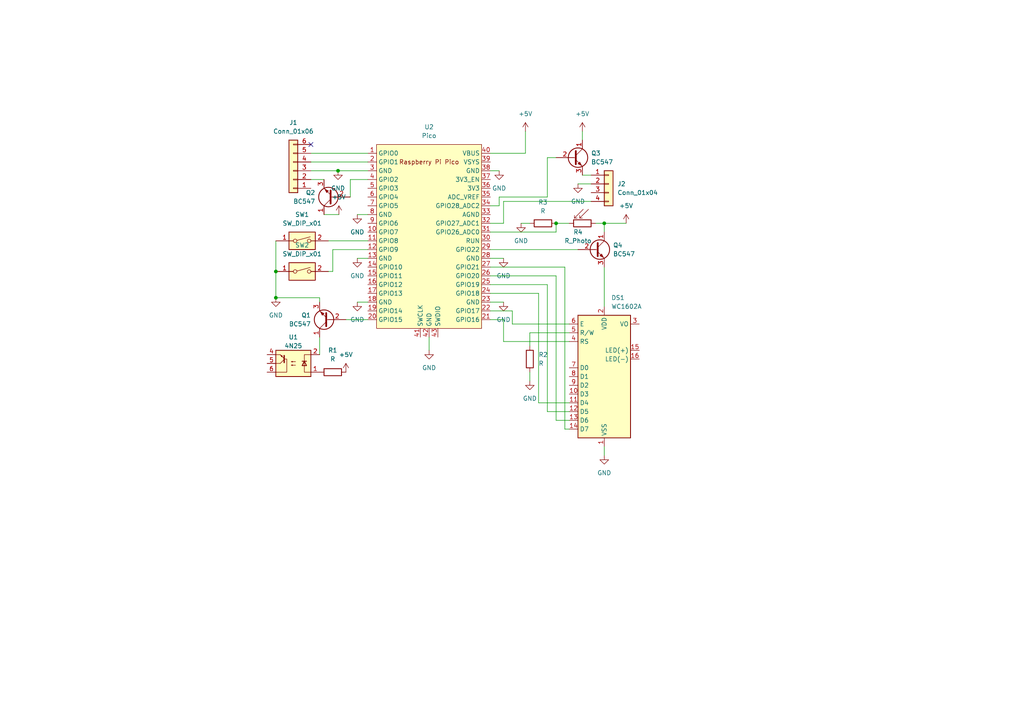
<source format=kicad_sch>
(kicad_sch (version 20211123) (generator eeschema)

  (uuid 65839b14-ae50-4098-a878-3d76b64a92d3)

  (paper "A4")

  (lib_symbols
    (symbol "Connector_Generic:Conn_01x04" (pin_names (offset 1.016) hide) (in_bom yes) (on_board yes)
      (property "Reference" "J" (id 0) (at 0 5.08 0)
        (effects (font (size 1.27 1.27)))
      )
      (property "Value" "Conn_01x04" (id 1) (at 0 -7.62 0)
        (effects (font (size 1.27 1.27)))
      )
      (property "Footprint" "" (id 2) (at 0 0 0)
        (effects (font (size 1.27 1.27)) hide)
      )
      (property "Datasheet" "~" (id 3) (at 0 0 0)
        (effects (font (size 1.27 1.27)) hide)
      )
      (property "ki_keywords" "connector" (id 4) (at 0 0 0)
        (effects (font (size 1.27 1.27)) hide)
      )
      (property "ki_description" "Generic connector, single row, 01x04, script generated (kicad-library-utils/schlib/autogen/connector/)" (id 5) (at 0 0 0)
        (effects (font (size 1.27 1.27)) hide)
      )
      (property "ki_fp_filters" "Connector*:*_1x??_*" (id 6) (at 0 0 0)
        (effects (font (size 1.27 1.27)) hide)
      )
      (symbol "Conn_01x04_1_1"
        (rectangle (start -1.27 -4.953) (end 0 -5.207)
          (stroke (width 0.1524) (type default) (color 0 0 0 0))
          (fill (type none))
        )
        (rectangle (start -1.27 -2.413) (end 0 -2.667)
          (stroke (width 0.1524) (type default) (color 0 0 0 0))
          (fill (type none))
        )
        (rectangle (start -1.27 0.127) (end 0 -0.127)
          (stroke (width 0.1524) (type default) (color 0 0 0 0))
          (fill (type none))
        )
        (rectangle (start -1.27 2.667) (end 0 2.413)
          (stroke (width 0.1524) (type default) (color 0 0 0 0))
          (fill (type none))
        )
        (rectangle (start -1.27 3.81) (end 1.27 -6.35)
          (stroke (width 0.254) (type default) (color 0 0 0 0))
          (fill (type background))
        )
        (pin passive line (at -5.08 2.54 0) (length 3.81)
          (name "Pin_1" (effects (font (size 1.27 1.27))))
          (number "1" (effects (font (size 1.27 1.27))))
        )
        (pin passive line (at -5.08 0 0) (length 3.81)
          (name "Pin_2" (effects (font (size 1.27 1.27))))
          (number "2" (effects (font (size 1.27 1.27))))
        )
        (pin passive line (at -5.08 -2.54 0) (length 3.81)
          (name "Pin_3" (effects (font (size 1.27 1.27))))
          (number "3" (effects (font (size 1.27 1.27))))
        )
        (pin passive line (at -5.08 -5.08 0) (length 3.81)
          (name "Pin_4" (effects (font (size 1.27 1.27))))
          (number "4" (effects (font (size 1.27 1.27))))
        )
      )
    )
    (symbol "Connector_Generic:Conn_01x06" (pin_names (offset 1.016) hide) (in_bom yes) (on_board yes)
      (property "Reference" "J" (id 0) (at 0 7.62 0)
        (effects (font (size 1.27 1.27)))
      )
      (property "Value" "Conn_01x06" (id 1) (at 0 -10.16 0)
        (effects (font (size 1.27 1.27)))
      )
      (property "Footprint" "" (id 2) (at 0 0 0)
        (effects (font (size 1.27 1.27)) hide)
      )
      (property "Datasheet" "~" (id 3) (at 0 0 0)
        (effects (font (size 1.27 1.27)) hide)
      )
      (property "ki_keywords" "connector" (id 4) (at 0 0 0)
        (effects (font (size 1.27 1.27)) hide)
      )
      (property "ki_description" "Generic connector, single row, 01x06, script generated (kicad-library-utils/schlib/autogen/connector/)" (id 5) (at 0 0 0)
        (effects (font (size 1.27 1.27)) hide)
      )
      (property "ki_fp_filters" "Connector*:*_1x??_*" (id 6) (at 0 0 0)
        (effects (font (size 1.27 1.27)) hide)
      )
      (symbol "Conn_01x06_1_1"
        (rectangle (start -1.27 -7.493) (end 0 -7.747)
          (stroke (width 0.1524) (type default) (color 0 0 0 0))
          (fill (type none))
        )
        (rectangle (start -1.27 -4.953) (end 0 -5.207)
          (stroke (width 0.1524) (type default) (color 0 0 0 0))
          (fill (type none))
        )
        (rectangle (start -1.27 -2.413) (end 0 -2.667)
          (stroke (width 0.1524) (type default) (color 0 0 0 0))
          (fill (type none))
        )
        (rectangle (start -1.27 0.127) (end 0 -0.127)
          (stroke (width 0.1524) (type default) (color 0 0 0 0))
          (fill (type none))
        )
        (rectangle (start -1.27 2.667) (end 0 2.413)
          (stroke (width 0.1524) (type default) (color 0 0 0 0))
          (fill (type none))
        )
        (rectangle (start -1.27 5.207) (end 0 4.953)
          (stroke (width 0.1524) (type default) (color 0 0 0 0))
          (fill (type none))
        )
        (rectangle (start -1.27 6.35) (end 1.27 -8.89)
          (stroke (width 0.254) (type default) (color 0 0 0 0))
          (fill (type background))
        )
        (pin passive line (at -5.08 5.08 0) (length 3.81)
          (name "Pin_1" (effects (font (size 1.27 1.27))))
          (number "1" (effects (font (size 1.27 1.27))))
        )
        (pin passive line (at -5.08 2.54 0) (length 3.81)
          (name "Pin_2" (effects (font (size 1.27 1.27))))
          (number "2" (effects (font (size 1.27 1.27))))
        )
        (pin passive line (at -5.08 0 0) (length 3.81)
          (name "Pin_3" (effects (font (size 1.27 1.27))))
          (number "3" (effects (font (size 1.27 1.27))))
        )
        (pin passive line (at -5.08 -2.54 0) (length 3.81)
          (name "Pin_4" (effects (font (size 1.27 1.27))))
          (number "4" (effects (font (size 1.27 1.27))))
        )
        (pin passive line (at -5.08 -5.08 0) (length 3.81)
          (name "Pin_5" (effects (font (size 1.27 1.27))))
          (number "5" (effects (font (size 1.27 1.27))))
        )
        (pin passive line (at -5.08 -7.62 0) (length 3.81)
          (name "Pin_6" (effects (font (size 1.27 1.27))))
          (number "6" (effects (font (size 1.27 1.27))))
        )
      )
    )
    (symbol "Device:R" (pin_numbers hide) (pin_names (offset 0)) (in_bom yes) (on_board yes)
      (property "Reference" "R" (id 0) (at 2.032 0 90)
        (effects (font (size 1.27 1.27)))
      )
      (property "Value" "R" (id 1) (at 0 0 90)
        (effects (font (size 1.27 1.27)))
      )
      (property "Footprint" "" (id 2) (at -1.778 0 90)
        (effects (font (size 1.27 1.27)) hide)
      )
      (property "Datasheet" "~" (id 3) (at 0 0 0)
        (effects (font (size 1.27 1.27)) hide)
      )
      (property "ki_keywords" "R res resistor" (id 4) (at 0 0 0)
        (effects (font (size 1.27 1.27)) hide)
      )
      (property "ki_description" "Resistor" (id 5) (at 0 0 0)
        (effects (font (size 1.27 1.27)) hide)
      )
      (property "ki_fp_filters" "R_*" (id 6) (at 0 0 0)
        (effects (font (size 1.27 1.27)) hide)
      )
      (symbol "R_0_1"
        (rectangle (start -1.016 -2.54) (end 1.016 2.54)
          (stroke (width 0.254) (type default) (color 0 0 0 0))
          (fill (type none))
        )
      )
      (symbol "R_1_1"
        (pin passive line (at 0 3.81 270) (length 1.27)
          (name "~" (effects (font (size 1.27 1.27))))
          (number "1" (effects (font (size 1.27 1.27))))
        )
        (pin passive line (at 0 -3.81 90) (length 1.27)
          (name "~" (effects (font (size 1.27 1.27))))
          (number "2" (effects (font (size 1.27 1.27))))
        )
      )
    )
    (symbol "Device:R_Photo" (pin_numbers hide) (pin_names (offset 0)) (in_bom yes) (on_board yes)
      (property "Reference" "R" (id 0) (at 1.27 1.27 0)
        (effects (font (size 1.27 1.27)) (justify left))
      )
      (property "Value" "R_Photo" (id 1) (at 1.27 0 0)
        (effects (font (size 1.27 1.27)) (justify left top))
      )
      (property "Footprint" "" (id 2) (at 1.27 -6.35 90)
        (effects (font (size 1.27 1.27)) (justify left) hide)
      )
      (property "Datasheet" "~" (id 3) (at 0 -1.27 0)
        (effects (font (size 1.27 1.27)) hide)
      )
      (property "ki_keywords" "resistor variable light sensitive opto LDR" (id 4) (at 0 0 0)
        (effects (font (size 1.27 1.27)) hide)
      )
      (property "ki_description" "Photoresistor" (id 5) (at 0 0 0)
        (effects (font (size 1.27 1.27)) hide)
      )
      (property "ki_fp_filters" "*LDR* R?LDR*" (id 6) (at 0 0 0)
        (effects (font (size 1.27 1.27)) hide)
      )
      (symbol "R_Photo_0_1"
        (rectangle (start -1.016 2.54) (end 1.016 -2.54)
          (stroke (width 0.254) (type default) (color 0 0 0 0))
          (fill (type none))
        )
        (polyline
          (pts
            (xy -1.524 -2.286)
            (xy -4.064 0.254)
          )
          (stroke (width 0) (type default) (color 0 0 0 0))
          (fill (type none))
        )
        (polyline
          (pts
            (xy -1.524 -2.286)
            (xy -2.286 -2.286)
          )
          (stroke (width 0) (type default) (color 0 0 0 0))
          (fill (type none))
        )
        (polyline
          (pts
            (xy -1.524 -2.286)
            (xy -1.524 -1.524)
          )
          (stroke (width 0) (type default) (color 0 0 0 0))
          (fill (type none))
        )
        (polyline
          (pts
            (xy -1.524 -0.762)
            (xy -4.064 1.778)
          )
          (stroke (width 0) (type default) (color 0 0 0 0))
          (fill (type none))
        )
        (polyline
          (pts
            (xy -1.524 -0.762)
            (xy -2.286 -0.762)
          )
          (stroke (width 0) (type default) (color 0 0 0 0))
          (fill (type none))
        )
        (polyline
          (pts
            (xy -1.524 -0.762)
            (xy -1.524 0)
          )
          (stroke (width 0) (type default) (color 0 0 0 0))
          (fill (type none))
        )
      )
      (symbol "R_Photo_1_1"
        (pin passive line (at 0 3.81 270) (length 1.27)
          (name "~" (effects (font (size 1.27 1.27))))
          (number "1" (effects (font (size 1.27 1.27))))
        )
        (pin passive line (at 0 -3.81 90) (length 1.27)
          (name "~" (effects (font (size 1.27 1.27))))
          (number "2" (effects (font (size 1.27 1.27))))
        )
      )
    )
    (symbol "Display_Character:WC1602A" (in_bom yes) (on_board yes)
      (property "Reference" "DS" (id 0) (at -5.842 19.05 0)
        (effects (font (size 1.27 1.27)))
      )
      (property "Value" "WC1602A" (id 1) (at 5.334 19.05 0)
        (effects (font (size 1.27 1.27)))
      )
      (property "Footprint" "Display:WC1602A" (id 2) (at 0 -22.86 0)
        (effects (font (size 1.27 1.27) italic) hide)
      )
      (property "Datasheet" "http://www.wincomlcd.com/pdf/WC1602A-SFYLYHTC06.pdf" (id 3) (at 17.78 0 0)
        (effects (font (size 1.27 1.27)) hide)
      )
      (property "ki_keywords" "display LCD dot-matrix" (id 4) (at 0 0 0)
        (effects (font (size 1.27 1.27)) hide)
      )
      (property "ki_description" "LCD 16x2 Alphanumeric , 8 bit parallel bus, 5V VDD" (id 5) (at 0 0 0)
        (effects (font (size 1.27 1.27)) hide)
      )
      (property "ki_fp_filters" "*WC*1602A*" (id 6) (at 0 0 0)
        (effects (font (size 1.27 1.27)) hide)
      )
      (symbol "WC1602A_1_1"
        (rectangle (start -7.62 17.78) (end 7.62 -17.78)
          (stroke (width 0.254) (type default) (color 0 0 0 0))
          (fill (type background))
        )
        (pin power_in line (at 0 -20.32 90) (length 2.54)
          (name "VSS" (effects (font (size 1.27 1.27))))
          (number "1" (effects (font (size 1.27 1.27))))
        )
        (pin input line (at -10.16 -5.08 0) (length 2.54)
          (name "D3" (effects (font (size 1.27 1.27))))
          (number "10" (effects (font (size 1.27 1.27))))
        )
        (pin input line (at -10.16 -7.62 0) (length 2.54)
          (name "D4" (effects (font (size 1.27 1.27))))
          (number "11" (effects (font (size 1.27 1.27))))
        )
        (pin input line (at -10.16 -10.16 0) (length 2.54)
          (name "D5" (effects (font (size 1.27 1.27))))
          (number "12" (effects (font (size 1.27 1.27))))
        )
        (pin input line (at -10.16 -12.7 0) (length 2.54)
          (name "D6" (effects (font (size 1.27 1.27))))
          (number "13" (effects (font (size 1.27 1.27))))
        )
        (pin input line (at -10.16 -15.24 0) (length 2.54)
          (name "D7" (effects (font (size 1.27 1.27))))
          (number "14" (effects (font (size 1.27 1.27))))
        )
        (pin power_in line (at 10.16 7.62 180) (length 2.54)
          (name "LED(+)" (effects (font (size 1.27 1.27))))
          (number "15" (effects (font (size 1.27 1.27))))
        )
        (pin power_in line (at 10.16 5.08 180) (length 2.54)
          (name "LED(-)" (effects (font (size 1.27 1.27))))
          (number "16" (effects (font (size 1.27 1.27))))
        )
        (pin power_in line (at 0 20.32 270) (length 2.54)
          (name "VDD" (effects (font (size 1.27 1.27))))
          (number "2" (effects (font (size 1.27 1.27))))
        )
        (pin input line (at 10.16 15.24 180) (length 2.54)
          (name "VO" (effects (font (size 1.27 1.27))))
          (number "3" (effects (font (size 1.27 1.27))))
        )
        (pin input line (at -10.16 10.16 0) (length 2.54)
          (name "RS" (effects (font (size 1.27 1.27))))
          (number "4" (effects (font (size 1.27 1.27))))
        )
        (pin input line (at -10.16 12.7 0) (length 2.54)
          (name "R/W" (effects (font (size 1.27 1.27))))
          (number "5" (effects (font (size 1.27 1.27))))
        )
        (pin input line (at -10.16 15.24 0) (length 2.54)
          (name "E" (effects (font (size 1.27 1.27))))
          (number "6" (effects (font (size 1.27 1.27))))
        )
        (pin input line (at -10.16 2.54 0) (length 2.54)
          (name "D0" (effects (font (size 1.27 1.27))))
          (number "7" (effects (font (size 1.27 1.27))))
        )
        (pin input line (at -10.16 0 0) (length 2.54)
          (name "D1" (effects (font (size 1.27 1.27))))
          (number "8" (effects (font (size 1.27 1.27))))
        )
        (pin input line (at -10.16 -2.54 0) (length 2.54)
          (name "D2" (effects (font (size 1.27 1.27))))
          (number "9" (effects (font (size 1.27 1.27))))
        )
      )
    )
    (symbol "Isolator:4N25" (pin_names (offset 1.016)) (in_bom yes) (on_board yes)
      (property "Reference" "U" (id 0) (at -5.08 5.08 0)
        (effects (font (size 1.27 1.27)) (justify left))
      )
      (property "Value" "4N25" (id 1) (at 0 5.08 0)
        (effects (font (size 1.27 1.27)) (justify left))
      )
      (property "Footprint" "Package_DIP:DIP-6_W7.62mm" (id 2) (at -5.08 -5.08 0)
        (effects (font (size 1.27 1.27) italic) (justify left) hide)
      )
      (property "Datasheet" "https://www.vishay.com/docs/83725/4n25.pdf" (id 3) (at 0 0 0)
        (effects (font (size 1.27 1.27)) (justify left) hide)
      )
      (property "ki_keywords" "NPN DC Optocoupler Base Connected" (id 4) (at 0 0 0)
        (effects (font (size 1.27 1.27)) hide)
      )
      (property "ki_description" "DC Optocoupler Base Connected, Vce 30V, CTR 20%, Viso 2500V, DIP6" (id 5) (at 0 0 0)
        (effects (font (size 1.27 1.27)) hide)
      )
      (property "ki_fp_filters" "DIP*W7.62mm*" (id 6) (at 0 0 0)
        (effects (font (size 1.27 1.27)) hide)
      )
      (symbol "4N25_0_1"
        (rectangle (start -5.08 3.81) (end 5.08 -3.81)
          (stroke (width 0.254) (type default) (color 0 0 0 0))
          (fill (type background))
        )
        (polyline
          (pts
            (xy -3.81 -0.635)
            (xy -2.54 -0.635)
          )
          (stroke (width 0.254) (type default) (color 0 0 0 0))
          (fill (type none))
        )
        (polyline
          (pts
            (xy 2.667 -1.397)
            (xy 3.81 -2.54)
          )
          (stroke (width 0) (type default) (color 0 0 0 0))
          (fill (type none))
        )
        (polyline
          (pts
            (xy 2.667 -1.143)
            (xy 3.81 0)
          )
          (stroke (width 0) (type default) (color 0 0 0 0))
          (fill (type none))
        )
        (polyline
          (pts
            (xy 3.81 -2.54)
            (xy 5.08 -2.54)
          )
          (stroke (width 0) (type default) (color 0 0 0 0))
          (fill (type none))
        )
        (polyline
          (pts
            (xy 3.81 0)
            (xy 5.08 0)
          )
          (stroke (width 0) (type default) (color 0 0 0 0))
          (fill (type none))
        )
        (polyline
          (pts
            (xy 2.667 -0.254)
            (xy 2.667 -2.286)
            (xy 2.667 -2.286)
          )
          (stroke (width 0.3556) (type default) (color 0 0 0 0))
          (fill (type none))
        )
        (polyline
          (pts
            (xy -5.08 -2.54)
            (xy -3.175 -2.54)
            (xy -3.175 2.54)
            (xy -5.08 2.54)
          )
          (stroke (width 0) (type default) (color 0 0 0 0))
          (fill (type none))
        )
        (polyline
          (pts
            (xy -3.175 -0.635)
            (xy -3.81 0.635)
            (xy -2.54 0.635)
            (xy -3.175 -0.635)
          )
          (stroke (width 0.254) (type default) (color 0 0 0 0))
          (fill (type none))
        )
        (polyline
          (pts
            (xy 3.683 -2.413)
            (xy 3.429 -1.905)
            (xy 3.175 -2.159)
            (xy 3.683 -2.413)
          )
          (stroke (width 0) (type default) (color 0 0 0 0))
          (fill (type none))
        )
        (polyline
          (pts
            (xy 5.08 2.54)
            (xy 1.905 2.54)
            (xy 1.905 -1.27)
            (xy 2.54 -1.27)
          )
          (stroke (width 0) (type default) (color 0 0 0 0))
          (fill (type none))
        )
        (polyline
          (pts
            (xy -0.635 -0.508)
            (xy 0.635 -0.508)
            (xy 0.254 -0.635)
            (xy 0.254 -0.381)
            (xy 0.635 -0.508)
          )
          (stroke (width 0) (type default) (color 0 0 0 0))
          (fill (type none))
        )
        (polyline
          (pts
            (xy -0.635 0.508)
            (xy 0.635 0.508)
            (xy 0.254 0.381)
            (xy 0.254 0.635)
            (xy 0.635 0.508)
          )
          (stroke (width 0) (type default) (color 0 0 0 0))
          (fill (type none))
        )
      )
      (symbol "4N25_1_1"
        (pin passive line (at -7.62 2.54 0) (length 2.54)
          (name "~" (effects (font (size 1.27 1.27))))
          (number "1" (effects (font (size 1.27 1.27))))
        )
        (pin passive line (at -7.62 -2.54 0) (length 2.54)
          (name "~" (effects (font (size 1.27 1.27))))
          (number "2" (effects (font (size 1.27 1.27))))
        )
        (pin no_connect line (at -5.08 0 0) (length 2.54) hide
          (name "NC" (effects (font (size 1.27 1.27))))
          (number "3" (effects (font (size 1.27 1.27))))
        )
        (pin passive line (at 7.62 -2.54 180) (length 2.54)
          (name "~" (effects (font (size 1.27 1.27))))
          (number "4" (effects (font (size 1.27 1.27))))
        )
        (pin passive line (at 7.62 0 180) (length 2.54)
          (name "~" (effects (font (size 1.27 1.27))))
          (number "5" (effects (font (size 1.27 1.27))))
        )
        (pin passive line (at 7.62 2.54 180) (length 2.54)
          (name "~" (effects (font (size 1.27 1.27))))
          (number "6" (effects (font (size 1.27 1.27))))
        )
      )
    )
    (symbol "MCU_RaspberryPi_and_Boards:Pico" (in_bom yes) (on_board yes)
      (property "Reference" "U" (id 0) (at -13.97 27.94 0)
        (effects (font (size 1.27 1.27)))
      )
      (property "Value" "Pico" (id 1) (at 0 19.05 0)
        (effects (font (size 1.27 1.27)))
      )
      (property "Footprint" "RPi_Pico:RPi_Pico_SMD_TH" (id 2) (at 0 0 90)
        (effects (font (size 1.27 1.27)) hide)
      )
      (property "Datasheet" "" (id 3) (at 0 0 0)
        (effects (font (size 1.27 1.27)) hide)
      )
      (symbol "Pico_0_0"
        (text "Raspberry Pi Pico" (at 0 21.59 0)
          (effects (font (size 1.27 1.27)))
        )
      )
      (symbol "Pico_0_1"
        (rectangle (start -15.24 26.67) (end 15.24 -26.67)
          (stroke (width 0) (type default) (color 0 0 0 0))
          (fill (type background))
        )
      )
      (symbol "Pico_1_1"
        (pin bidirectional line (at -17.78 24.13 0) (length 2.54)
          (name "GPIO0" (effects (font (size 1.27 1.27))))
          (number "1" (effects (font (size 1.27 1.27))))
        )
        (pin bidirectional line (at -17.78 1.27 0) (length 2.54)
          (name "GPIO7" (effects (font (size 1.27 1.27))))
          (number "10" (effects (font (size 1.27 1.27))))
        )
        (pin bidirectional line (at -17.78 -1.27 0) (length 2.54)
          (name "GPIO8" (effects (font (size 1.27 1.27))))
          (number "11" (effects (font (size 1.27 1.27))))
        )
        (pin bidirectional line (at -17.78 -3.81 0) (length 2.54)
          (name "GPIO9" (effects (font (size 1.27 1.27))))
          (number "12" (effects (font (size 1.27 1.27))))
        )
        (pin power_in line (at -17.78 -6.35 0) (length 2.54)
          (name "GND" (effects (font (size 1.27 1.27))))
          (number "13" (effects (font (size 1.27 1.27))))
        )
        (pin bidirectional line (at -17.78 -8.89 0) (length 2.54)
          (name "GPIO10" (effects (font (size 1.27 1.27))))
          (number "14" (effects (font (size 1.27 1.27))))
        )
        (pin bidirectional line (at -17.78 -11.43 0) (length 2.54)
          (name "GPIO11" (effects (font (size 1.27 1.27))))
          (number "15" (effects (font (size 1.27 1.27))))
        )
        (pin bidirectional line (at -17.78 -13.97 0) (length 2.54)
          (name "GPIO12" (effects (font (size 1.27 1.27))))
          (number "16" (effects (font (size 1.27 1.27))))
        )
        (pin bidirectional line (at -17.78 -16.51 0) (length 2.54)
          (name "GPIO13" (effects (font (size 1.27 1.27))))
          (number "17" (effects (font (size 1.27 1.27))))
        )
        (pin power_in line (at -17.78 -19.05 0) (length 2.54)
          (name "GND" (effects (font (size 1.27 1.27))))
          (number "18" (effects (font (size 1.27 1.27))))
        )
        (pin bidirectional line (at -17.78 -21.59 0) (length 2.54)
          (name "GPIO14" (effects (font (size 1.27 1.27))))
          (number "19" (effects (font (size 1.27 1.27))))
        )
        (pin bidirectional line (at -17.78 21.59 0) (length 2.54)
          (name "GPIO1" (effects (font (size 1.27 1.27))))
          (number "2" (effects (font (size 1.27 1.27))))
        )
        (pin bidirectional line (at -17.78 -24.13 0) (length 2.54)
          (name "GPIO15" (effects (font (size 1.27 1.27))))
          (number "20" (effects (font (size 1.27 1.27))))
        )
        (pin bidirectional line (at 17.78 -24.13 180) (length 2.54)
          (name "GPIO16" (effects (font (size 1.27 1.27))))
          (number "21" (effects (font (size 1.27 1.27))))
        )
        (pin bidirectional line (at 17.78 -21.59 180) (length 2.54)
          (name "GPIO17" (effects (font (size 1.27 1.27))))
          (number "22" (effects (font (size 1.27 1.27))))
        )
        (pin power_in line (at 17.78 -19.05 180) (length 2.54)
          (name "GND" (effects (font (size 1.27 1.27))))
          (number "23" (effects (font (size 1.27 1.27))))
        )
        (pin bidirectional line (at 17.78 -16.51 180) (length 2.54)
          (name "GPIO18" (effects (font (size 1.27 1.27))))
          (number "24" (effects (font (size 1.27 1.27))))
        )
        (pin bidirectional line (at 17.78 -13.97 180) (length 2.54)
          (name "GPIO19" (effects (font (size 1.27 1.27))))
          (number "25" (effects (font (size 1.27 1.27))))
        )
        (pin bidirectional line (at 17.78 -11.43 180) (length 2.54)
          (name "GPIO20" (effects (font (size 1.27 1.27))))
          (number "26" (effects (font (size 1.27 1.27))))
        )
        (pin bidirectional line (at 17.78 -8.89 180) (length 2.54)
          (name "GPIO21" (effects (font (size 1.27 1.27))))
          (number "27" (effects (font (size 1.27 1.27))))
        )
        (pin power_in line (at 17.78 -6.35 180) (length 2.54)
          (name "GND" (effects (font (size 1.27 1.27))))
          (number "28" (effects (font (size 1.27 1.27))))
        )
        (pin bidirectional line (at 17.78 -3.81 180) (length 2.54)
          (name "GPIO22" (effects (font (size 1.27 1.27))))
          (number "29" (effects (font (size 1.27 1.27))))
        )
        (pin power_in line (at -17.78 19.05 0) (length 2.54)
          (name "GND" (effects (font (size 1.27 1.27))))
          (number "3" (effects (font (size 1.27 1.27))))
        )
        (pin input line (at 17.78 -1.27 180) (length 2.54)
          (name "RUN" (effects (font (size 1.27 1.27))))
          (number "30" (effects (font (size 1.27 1.27))))
        )
        (pin bidirectional line (at 17.78 1.27 180) (length 2.54)
          (name "GPIO26_ADC0" (effects (font (size 1.27 1.27))))
          (number "31" (effects (font (size 1.27 1.27))))
        )
        (pin bidirectional line (at 17.78 3.81 180) (length 2.54)
          (name "GPIO27_ADC1" (effects (font (size 1.27 1.27))))
          (number "32" (effects (font (size 1.27 1.27))))
        )
        (pin power_in line (at 17.78 6.35 180) (length 2.54)
          (name "AGND" (effects (font (size 1.27 1.27))))
          (number "33" (effects (font (size 1.27 1.27))))
        )
        (pin bidirectional line (at 17.78 8.89 180) (length 2.54)
          (name "GPIO28_ADC2" (effects (font (size 1.27 1.27))))
          (number "34" (effects (font (size 1.27 1.27))))
        )
        (pin power_in line (at 17.78 11.43 180) (length 2.54)
          (name "ADC_VREF" (effects (font (size 1.27 1.27))))
          (number "35" (effects (font (size 1.27 1.27))))
        )
        (pin power_in line (at 17.78 13.97 180) (length 2.54)
          (name "3V3" (effects (font (size 1.27 1.27))))
          (number "36" (effects (font (size 1.27 1.27))))
        )
        (pin input line (at 17.78 16.51 180) (length 2.54)
          (name "3V3_EN" (effects (font (size 1.27 1.27))))
          (number "37" (effects (font (size 1.27 1.27))))
        )
        (pin bidirectional line (at 17.78 19.05 180) (length 2.54)
          (name "GND" (effects (font (size 1.27 1.27))))
          (number "38" (effects (font (size 1.27 1.27))))
        )
        (pin power_in line (at 17.78 21.59 180) (length 2.54)
          (name "VSYS" (effects (font (size 1.27 1.27))))
          (number "39" (effects (font (size 1.27 1.27))))
        )
        (pin bidirectional line (at -17.78 16.51 0) (length 2.54)
          (name "GPIO2" (effects (font (size 1.27 1.27))))
          (number "4" (effects (font (size 1.27 1.27))))
        )
        (pin power_in line (at 17.78 24.13 180) (length 2.54)
          (name "VBUS" (effects (font (size 1.27 1.27))))
          (number "40" (effects (font (size 1.27 1.27))))
        )
        (pin input line (at -2.54 -29.21 90) (length 2.54)
          (name "SWCLK" (effects (font (size 1.27 1.27))))
          (number "41" (effects (font (size 1.27 1.27))))
        )
        (pin power_in line (at 0 -29.21 90) (length 2.54)
          (name "GND" (effects (font (size 1.27 1.27))))
          (number "42" (effects (font (size 1.27 1.27))))
        )
        (pin bidirectional line (at 2.54 -29.21 90) (length 2.54)
          (name "SWDIO" (effects (font (size 1.27 1.27))))
          (number "43" (effects (font (size 1.27 1.27))))
        )
        (pin bidirectional line (at -17.78 13.97 0) (length 2.54)
          (name "GPIO3" (effects (font (size 1.27 1.27))))
          (number "5" (effects (font (size 1.27 1.27))))
        )
        (pin bidirectional line (at -17.78 11.43 0) (length 2.54)
          (name "GPIO4" (effects (font (size 1.27 1.27))))
          (number "6" (effects (font (size 1.27 1.27))))
        )
        (pin bidirectional line (at -17.78 8.89 0) (length 2.54)
          (name "GPIO5" (effects (font (size 1.27 1.27))))
          (number "7" (effects (font (size 1.27 1.27))))
        )
        (pin power_in line (at -17.78 6.35 0) (length 2.54)
          (name "GND" (effects (font (size 1.27 1.27))))
          (number "8" (effects (font (size 1.27 1.27))))
        )
        (pin bidirectional line (at -17.78 3.81 0) (length 2.54)
          (name "GPIO6" (effects (font (size 1.27 1.27))))
          (number "9" (effects (font (size 1.27 1.27))))
        )
      )
    )
    (symbol "Switch:SW_DIP_x01" (pin_names (offset 0) hide) (in_bom yes) (on_board yes)
      (property "Reference" "SW" (id 0) (at 0 3.81 0)
        (effects (font (size 1.27 1.27)))
      )
      (property "Value" "SW_DIP_x01" (id 1) (at 0 -3.81 0)
        (effects (font (size 1.27 1.27)))
      )
      (property "Footprint" "" (id 2) (at 0 0 0)
        (effects (font (size 1.27 1.27)) hide)
      )
      (property "Datasheet" "~" (id 3) (at 0 0 0)
        (effects (font (size 1.27 1.27)) hide)
      )
      (property "ki_keywords" "dip switch" (id 4) (at 0 0 0)
        (effects (font (size 1.27 1.27)) hide)
      )
      (property "ki_description" "1x DIP Switch, Single Pole Single Throw (SPST) switch, small symbol" (id 5) (at 0 0 0)
        (effects (font (size 1.27 1.27)) hide)
      )
      (property "ki_fp_filters" "SW?DIP?x1*" (id 6) (at 0 0 0)
        (effects (font (size 1.27 1.27)) hide)
      )
      (symbol "SW_DIP_x01_0_0"
        (circle (center -2.032 0) (radius 0.508)
          (stroke (width 0) (type default) (color 0 0 0 0))
          (fill (type none))
        )
        (polyline
          (pts
            (xy -1.524 0.127)
            (xy 2.3622 1.1684)
          )
          (stroke (width 0) (type default) (color 0 0 0 0))
          (fill (type none))
        )
        (circle (center 2.032 0) (radius 0.508)
          (stroke (width 0) (type default) (color 0 0 0 0))
          (fill (type none))
        )
      )
      (symbol "SW_DIP_x01_0_1"
        (rectangle (start -3.81 2.54) (end 3.81 -2.54)
          (stroke (width 0.254) (type default) (color 0 0 0 0))
          (fill (type background))
        )
      )
      (symbol "SW_DIP_x01_1_1"
        (pin passive line (at -7.62 0 0) (length 5.08)
          (name "~" (effects (font (size 1.27 1.27))))
          (number "1" (effects (font (size 1.27 1.27))))
        )
        (pin passive line (at 7.62 0 180) (length 5.08)
          (name "~" (effects (font (size 1.27 1.27))))
          (number "2" (effects (font (size 1.27 1.27))))
        )
      )
    )
    (symbol "Transistor_BJT:BC547" (pin_names (offset 0) hide) (in_bom yes) (on_board yes)
      (property "Reference" "Q" (id 0) (at 5.08 1.905 0)
        (effects (font (size 1.27 1.27)) (justify left))
      )
      (property "Value" "BC547" (id 1) (at 5.08 0 0)
        (effects (font (size 1.27 1.27)) (justify left))
      )
      (property "Footprint" "Package_TO_SOT_THT:TO-92_Inline" (id 2) (at 5.08 -1.905 0)
        (effects (font (size 1.27 1.27) italic) (justify left) hide)
      )
      (property "Datasheet" "https://www.onsemi.com/pub/Collateral/BC550-D.pdf" (id 3) (at 0 0 0)
        (effects (font (size 1.27 1.27)) (justify left) hide)
      )
      (property "ki_keywords" "NPN Transistor" (id 4) (at 0 0 0)
        (effects (font (size 1.27 1.27)) hide)
      )
      (property "ki_description" "0.1A Ic, 45V Vce, Small Signal NPN Transistor, TO-92" (id 5) (at 0 0 0)
        (effects (font (size 1.27 1.27)) hide)
      )
      (property "ki_fp_filters" "TO?92*" (id 6) (at 0 0 0)
        (effects (font (size 1.27 1.27)) hide)
      )
      (symbol "BC547_0_1"
        (polyline
          (pts
            (xy 0 0)
            (xy 0.635 0)
          )
          (stroke (width 0) (type default) (color 0 0 0 0))
          (fill (type none))
        )
        (polyline
          (pts
            (xy 0.635 0.635)
            (xy 2.54 2.54)
          )
          (stroke (width 0) (type default) (color 0 0 0 0))
          (fill (type none))
        )
        (polyline
          (pts
            (xy 0.635 -0.635)
            (xy 2.54 -2.54)
            (xy 2.54 -2.54)
          )
          (stroke (width 0) (type default) (color 0 0 0 0))
          (fill (type none))
        )
        (polyline
          (pts
            (xy 0.635 1.905)
            (xy 0.635 -1.905)
            (xy 0.635 -1.905)
          )
          (stroke (width 0.508) (type default) (color 0 0 0 0))
          (fill (type none))
        )
        (polyline
          (pts
            (xy 1.27 -1.778)
            (xy 1.778 -1.27)
            (xy 2.286 -2.286)
            (xy 1.27 -1.778)
            (xy 1.27 -1.778)
          )
          (stroke (width 0) (type default) (color 0 0 0 0))
          (fill (type outline))
        )
        (circle (center 1.27 0) (radius 2.8194)
          (stroke (width 0.254) (type default) (color 0 0 0 0))
          (fill (type none))
        )
      )
      (symbol "BC547_1_1"
        (pin passive line (at 2.54 5.08 270) (length 2.54)
          (name "C" (effects (font (size 1.27 1.27))))
          (number "1" (effects (font (size 1.27 1.27))))
        )
        (pin input line (at -5.08 0 0) (length 5.08)
          (name "B" (effects (font (size 1.27 1.27))))
          (number "2" (effects (font (size 1.27 1.27))))
        )
        (pin passive line (at 2.54 -5.08 90) (length 2.54)
          (name "E" (effects (font (size 1.27 1.27))))
          (number "3" (effects (font (size 1.27 1.27))))
        )
      )
    )
    (symbol "power:+5V" (power) (pin_names (offset 0)) (in_bom yes) (on_board yes)
      (property "Reference" "#PWR" (id 0) (at 0 -3.81 0)
        (effects (font (size 1.27 1.27)) hide)
      )
      (property "Value" "+5V" (id 1) (at 0 3.556 0)
        (effects (font (size 1.27 1.27)))
      )
      (property "Footprint" "" (id 2) (at 0 0 0)
        (effects (font (size 1.27 1.27)) hide)
      )
      (property "Datasheet" "" (id 3) (at 0 0 0)
        (effects (font (size 1.27 1.27)) hide)
      )
      (property "ki_keywords" "global power" (id 4) (at 0 0 0)
        (effects (font (size 1.27 1.27)) hide)
      )
      (property "ki_description" "Power symbol creates a global label with name \"+5V\"" (id 5) (at 0 0 0)
        (effects (font (size 1.27 1.27)) hide)
      )
      (symbol "+5V_0_1"
        (polyline
          (pts
            (xy -0.762 1.27)
            (xy 0 2.54)
          )
          (stroke (width 0) (type default) (color 0 0 0 0))
          (fill (type none))
        )
        (polyline
          (pts
            (xy 0 0)
            (xy 0 2.54)
          )
          (stroke (width 0) (type default) (color 0 0 0 0))
          (fill (type none))
        )
        (polyline
          (pts
            (xy 0 2.54)
            (xy 0.762 1.27)
          )
          (stroke (width 0) (type default) (color 0 0 0 0))
          (fill (type none))
        )
      )
      (symbol "+5V_1_1"
        (pin power_in line (at 0 0 90) (length 0) hide
          (name "+5V" (effects (font (size 1.27 1.27))))
          (number "1" (effects (font (size 1.27 1.27))))
        )
      )
    )
    (symbol "power:GND" (power) (pin_names (offset 0)) (in_bom yes) (on_board yes)
      (property "Reference" "#PWR" (id 0) (at 0 -6.35 0)
        (effects (font (size 1.27 1.27)) hide)
      )
      (property "Value" "GND" (id 1) (at 0 -3.81 0)
        (effects (font (size 1.27 1.27)))
      )
      (property "Footprint" "" (id 2) (at 0 0 0)
        (effects (font (size 1.27 1.27)) hide)
      )
      (property "Datasheet" "" (id 3) (at 0 0 0)
        (effects (font (size 1.27 1.27)) hide)
      )
      (property "ki_keywords" "power-flag" (id 4) (at 0 0 0)
        (effects (font (size 1.27 1.27)) hide)
      )
      (property "ki_description" "Power symbol creates a global label with name \"GND\" , ground" (id 5) (at 0 0 0)
        (effects (font (size 1.27 1.27)) hide)
      )
      (symbol "GND_0_1"
        (polyline
          (pts
            (xy 0 0)
            (xy 0 -1.27)
            (xy 1.27 -1.27)
            (xy 0 -2.54)
            (xy -1.27 -1.27)
            (xy 0 -1.27)
          )
          (stroke (width 0) (type default) (color 0 0 0 0))
          (fill (type none))
        )
      )
      (symbol "GND_1_1"
        (pin power_in line (at 0 0 270) (length 0) hide
          (name "GND" (effects (font (size 1.27 1.27))))
          (number "1" (effects (font (size 1.27 1.27))))
        )
      )
    )
  )

  (junction (at 161.29 64.77) (diameter 0) (color 0 0 0 0)
    (uuid 405fe59f-67d9-4986-9016-d6825d3172a8)
  )
  (junction (at 80.01 78.74) (diameter 0) (color 0 0 0 0)
    (uuid 8c873d5f-1ae7-47a9-a09b-9fa54400ea53)
  )
  (junction (at 80.01 86.36) (diameter 0) (color 0 0 0 0)
    (uuid 93bd2faa-49b4-45d9-8aaf-2d2e7cc8088b)
  )
  (junction (at 175.26 64.77) (diameter 0) (color 0 0 0 0)
    (uuid ab3b9de8-1fc0-4037-8a6d-47ee2968e532)
  )
  (junction (at 98.044 49.53) (diameter 0) (color 0 0 0 0)
    (uuid d2ed79cb-c705-4ade-bf9f-b57ee33c0006)
  )

  (no_connect (at 90.17 41.91) (uuid c6372bf8-1fb5-4c69-988c-5cff5ba61575))

  (wire (pts (xy 142.24 87.63) (xy 146.05 87.63))
    (stroke (width 0) (type default) (color 0 0 0 0))
    (uuid 038885f7-fd7e-4ff8-a54d-ffb0af4f3138)
  )
  (wire (pts (xy 165.1 93.98) (xy 148.59 93.98))
    (stroke (width 0) (type default) (color 0 0 0 0))
    (uuid 04f2294b-bc3c-406f-8a1e-d96d44305f4f)
  )
  (wire (pts (xy 90.17 52.07) (xy 93.98 52.07))
    (stroke (width 0) (type default) (color 0 0 0 0))
    (uuid 08ea8a76-60dd-406b-ba27-73098f401d81)
  )
  (wire (pts (xy 142.24 85.09) (xy 156.21 85.09))
    (stroke (width 0) (type default) (color 0 0 0 0))
    (uuid 120ccf58-3bb3-4b41-a669-a3fb8ed894e6)
  )
  (wire (pts (xy 93.98 62.23) (xy 98.298 62.23))
    (stroke (width 0) (type default) (color 0 0 0 0))
    (uuid 14babf1a-2afa-44ce-97d0-e3badef213ce)
  )
  (wire (pts (xy 158.75 119.38) (xy 158.75 82.55))
    (stroke (width 0) (type default) (color 0 0 0 0))
    (uuid 1601f156-f992-4525-bd53-b88d07f09e6f)
  )
  (wire (pts (xy 158.75 82.55) (xy 142.24 82.55))
    (stroke (width 0) (type default) (color 0 0 0 0))
    (uuid 21ee44e1-ee49-4f90-89c1-150630c6a0b5)
  )
  (wire (pts (xy 103.632 87.63) (xy 106.68 87.63))
    (stroke (width 0) (type default) (color 0 0 0 0))
    (uuid 246473b7-cb03-4cec-b203-89f54fa26fe5)
  )
  (wire (pts (xy 96.52 72.39) (xy 96.52 78.74))
    (stroke (width 0) (type default) (color 0 0 0 0))
    (uuid 24c54664-5955-4220-9713-b22c8fab5301)
  )
  (wire (pts (xy 146.05 99.06) (xy 165.1 99.06))
    (stroke (width 0) (type default) (color 0 0 0 0))
    (uuid 2aa335a3-b009-4c01-aa12-ea64809d680f)
  )
  (wire (pts (xy 161.29 64.77) (xy 161.29 67.31))
    (stroke (width 0) (type default) (color 0 0 0 0))
    (uuid 2d2cc71d-8010-408f-b57e-0517cea745a0)
  )
  (wire (pts (xy 158.75 57.15) (xy 144.78 57.15))
    (stroke (width 0) (type default) (color 0 0 0 0))
    (uuid 3293aee2-996f-4c48-aa94-db3f70a59324)
  )
  (wire (pts (xy 142.24 64.77) (xy 146.05 64.77))
    (stroke (width 0) (type default) (color 0 0 0 0))
    (uuid 36f64cdc-f749-435f-9466-bd580540012c)
  )
  (wire (pts (xy 163.83 124.46) (xy 165.1 124.46))
    (stroke (width 0) (type default) (color 0 0 0 0))
    (uuid 37c848de-7fb7-4d93-ace7-a28c65037c98)
  )
  (wire (pts (xy 146.05 92.71) (xy 146.05 99.06))
    (stroke (width 0) (type default) (color 0 0 0 0))
    (uuid 4008ae1d-3ae7-499d-a676-2bd032befd3d)
  )
  (wire (pts (xy 167.64 53.34) (xy 171.45 53.34))
    (stroke (width 0) (type default) (color 0 0 0 0))
    (uuid 412d235d-5144-4372-9a7d-e609da999394)
  )
  (wire (pts (xy 100.33 92.71) (xy 106.68 92.71))
    (stroke (width 0) (type default) (color 0 0 0 0))
    (uuid 468972bd-461a-40ba-b9a4-5f10a7b09e6b)
  )
  (wire (pts (xy 144.78 57.15) (xy 144.78 59.69))
    (stroke (width 0) (type default) (color 0 0 0 0))
    (uuid 4aa880a2-73b5-4c53-a67b-17a2bc58f970)
  )
  (wire (pts (xy 92.71 87.63) (xy 92.71 86.36))
    (stroke (width 0) (type default) (color 0 0 0 0))
    (uuid 4b049a19-7541-48f9-823c-ef1662f6a297)
  )
  (wire (pts (xy 163.83 77.47) (xy 163.83 124.46))
    (stroke (width 0) (type default) (color 0 0 0 0))
    (uuid 57604e28-af0d-4671-928c-61424cf7dcae)
  )
  (wire (pts (xy 90.17 44.45) (xy 106.68 44.45))
    (stroke (width 0) (type default) (color 0 0 0 0))
    (uuid 5ae16e00-87e6-4fb1-8c79-0023bda54e46)
  )
  (wire (pts (xy 80.01 78.74) (xy 80.01 86.36))
    (stroke (width 0) (type default) (color 0 0 0 0))
    (uuid 5b25cd0a-8b85-4c14-a6bb-13f7dbf02a45)
  )
  (wire (pts (xy 175.26 129.54) (xy 175.26 132.08))
    (stroke (width 0) (type default) (color 0 0 0 0))
    (uuid 5c46ca29-0d10-4502-bd91-4843c404c45c)
  )
  (wire (pts (xy 142.24 49.53) (xy 144.78 49.53))
    (stroke (width 0) (type default) (color 0 0 0 0))
    (uuid 621e7431-f207-469e-85d4-f5045c32575c)
  )
  (wire (pts (xy 156.21 85.09) (xy 156.21 116.84))
    (stroke (width 0) (type default) (color 0 0 0 0))
    (uuid 64a985eb-c32d-4512-8a83-e624d6022ca1)
  )
  (wire (pts (xy 142.24 77.47) (xy 163.83 77.47))
    (stroke (width 0) (type default) (color 0 0 0 0))
    (uuid 68c4ae5c-573b-4091-ab5d-6951e1ac29e4)
  )
  (wire (pts (xy 92.71 102.87) (xy 92.71 97.79))
    (stroke (width 0) (type default) (color 0 0 0 0))
    (uuid 6ce826d1-7ba4-4ddb-bfb6-b07691bdeded)
  )
  (wire (pts (xy 90.17 49.53) (xy 98.044 49.53))
    (stroke (width 0) (type default) (color 0 0 0 0))
    (uuid 719d0dd6-1412-4d30-b5b1-9eedb0bea72f)
  )
  (wire (pts (xy 148.59 90.17) (xy 142.24 90.17))
    (stroke (width 0) (type default) (color 0 0 0 0))
    (uuid 735968b4-1b94-4929-b44b-03929b334efe)
  )
  (wire (pts (xy 165.1 96.52) (xy 153.67 96.52))
    (stroke (width 0) (type default) (color 0 0 0 0))
    (uuid 7e81cd81-7b7e-4cb1-bfa4-625017624a80)
  )
  (wire (pts (xy 153.67 107.95) (xy 153.67 110.49))
    (stroke (width 0) (type default) (color 0 0 0 0))
    (uuid 7f5653f1-a888-4126-ab45-1275368f1013)
  )
  (wire (pts (xy 90.17 46.99) (xy 106.68 46.99))
    (stroke (width 0) (type default) (color 0 0 0 0))
    (uuid 822850bf-ac57-40d5-b868-ff25131b6b01)
  )
  (wire (pts (xy 103.632 74.93) (xy 106.68 74.93))
    (stroke (width 0) (type default) (color 0 0 0 0))
    (uuid 84a7ed8c-8544-4ef0-9205-9a5efd3d5c4d)
  )
  (wire (pts (xy 103.632 62.23) (xy 106.68 62.23))
    (stroke (width 0) (type default) (color 0 0 0 0))
    (uuid 84d45f15-075a-47b7-844e-4bcf10a46609)
  )
  (wire (pts (xy 142.24 44.45) (xy 152.4 44.45))
    (stroke (width 0) (type default) (color 0 0 0 0))
    (uuid 88e74aeb-1cac-426c-a693-958ccda436ab)
  )
  (wire (pts (xy 80.01 86.36) (xy 92.71 86.36))
    (stroke (width 0) (type default) (color 0 0 0 0))
    (uuid 8f3f20b6-7c7b-4e22-9293-eb0b82911830)
  )
  (wire (pts (xy 101.6 57.15) (xy 101.6 52.07))
    (stroke (width 0) (type default) (color 0 0 0 0))
    (uuid 9049208a-3c56-4f82-9f49-693bba2b3ded)
  )
  (wire (pts (xy 144.78 59.69) (xy 142.24 59.69))
    (stroke (width 0) (type default) (color 0 0 0 0))
    (uuid 989f43d7-7eed-4ea2-8d2c-b2b2ff40b335)
  )
  (wire (pts (xy 165.1 121.92) (xy 161.29 121.92))
    (stroke (width 0) (type default) (color 0 0 0 0))
    (uuid 98fe573a-fa11-4287-8650-ac6aa1c50226)
  )
  (wire (pts (xy 151.13 64.77) (xy 153.67 64.77))
    (stroke (width 0) (type default) (color 0 0 0 0))
    (uuid 9943c1e1-c2f4-4f30-9af5-d4417057e2d1)
  )
  (wire (pts (xy 142.24 72.39) (xy 167.64 72.39))
    (stroke (width 0) (type default) (color 0 0 0 0))
    (uuid 9b4ac62d-9654-4aab-8982-755eb8e62415)
  )
  (wire (pts (xy 161.29 80.01) (xy 161.29 121.92))
    (stroke (width 0) (type default) (color 0 0 0 0))
    (uuid 9bc1a2f9-7911-4d2f-bd00-f420d3d2bcdb)
  )
  (wire (pts (xy 158.75 45.72) (xy 158.75 57.15))
    (stroke (width 0) (type default) (color 0 0 0 0))
    (uuid 9d9ec0b7-3cc8-416d-8673-ccedd0564172)
  )
  (wire (pts (xy 161.29 45.72) (xy 158.75 45.72))
    (stroke (width 0) (type default) (color 0 0 0 0))
    (uuid a7639a3a-0600-4b4e-8d29-d7b19a3f9e2d)
  )
  (wire (pts (xy 96.52 78.74) (xy 95.25 78.74))
    (stroke (width 0) (type default) (color 0 0 0 0))
    (uuid a83bd613-b582-4f90-908b-0badb6dfa155)
  )
  (wire (pts (xy 142.24 74.93) (xy 146.05 74.93))
    (stroke (width 0) (type default) (color 0 0 0 0))
    (uuid a9b05f82-7e64-461e-8de7-3cc4de19fee1)
  )
  (wire (pts (xy 172.72 64.77) (xy 175.26 64.77))
    (stroke (width 0) (type default) (color 0 0 0 0))
    (uuid a9bb0598-0e42-443f-96a0-66083bbe563e)
  )
  (wire (pts (xy 165.1 119.38) (xy 158.75 119.38))
    (stroke (width 0) (type default) (color 0 0 0 0))
    (uuid ae706942-da21-42de-b57c-62a9f0f6f469)
  )
  (wire (pts (xy 161.29 80.01) (xy 142.24 80.01))
    (stroke (width 0) (type default) (color 0 0 0 0))
    (uuid ae81f266-724d-4a47-a0db-c7f267f01ee7)
  )
  (wire (pts (xy 101.6 52.07) (xy 106.68 52.07))
    (stroke (width 0) (type default) (color 0 0 0 0))
    (uuid b1dc5b19-a384-4bf2-897e-936a2365d119)
  )
  (wire (pts (xy 148.59 93.98) (xy 148.59 90.17))
    (stroke (width 0) (type default) (color 0 0 0 0))
    (uuid b29fb70a-cb23-4cdf-9265-939382d8b657)
  )
  (wire (pts (xy 142.24 92.71) (xy 146.05 92.71))
    (stroke (width 0) (type default) (color 0 0 0 0))
    (uuid b2e7aff2-cc8e-43d2-bb74-782689a0645e)
  )
  (wire (pts (xy 152.4 44.45) (xy 152.4 38.1))
    (stroke (width 0) (type default) (color 0 0 0 0))
    (uuid b8124fb3-8c58-43f2-a0f9-0dd0235a5f2b)
  )
  (wire (pts (xy 80.01 69.85) (xy 80.01 78.74))
    (stroke (width 0) (type default) (color 0 0 0 0))
    (uuid b8d95100-42e8-4a20-bc3b-9149c9f40cff)
  )
  (wire (pts (xy 165.1 64.77) (xy 161.29 64.77))
    (stroke (width 0) (type default) (color 0 0 0 0))
    (uuid c823ef32-fc07-4945-be7d-5dca90e6f433)
  )
  (wire (pts (xy 106.68 72.39) (xy 96.52 72.39))
    (stroke (width 0) (type default) (color 0 0 0 0))
    (uuid c9eddf51-b5f5-4519-8acd-950131acbe53)
  )
  (wire (pts (xy 95.25 69.85) (xy 106.68 69.85))
    (stroke (width 0) (type default) (color 0 0 0 0))
    (uuid cb644ae2-1f02-4895-a142-5002f4751630)
  )
  (wire (pts (xy 146.05 64.77) (xy 146.05 58.42))
    (stroke (width 0) (type default) (color 0 0 0 0))
    (uuid cc343695-6571-47b7-9552-4b44e216507d)
  )
  (wire (pts (xy 153.67 96.52) (xy 153.67 100.33))
    (stroke (width 0) (type default) (color 0 0 0 0))
    (uuid d071fb03-6fc7-4c9b-b01b-27d35549c511)
  )
  (wire (pts (xy 168.91 50.8) (xy 171.45 50.8))
    (stroke (width 0) (type default) (color 0 0 0 0))
    (uuid d6cbb6a9-5da5-4f19-aed6-2014743fe3ec)
  )
  (wire (pts (xy 175.26 64.77) (xy 181.61 64.77))
    (stroke (width 0) (type default) (color 0 0 0 0))
    (uuid e3c3cfc8-ea41-43a0-9bc6-0643b31962cc)
  )
  (wire (pts (xy 124.46 97.79) (xy 124.46 101.6))
    (stroke (width 0) (type default) (color 0 0 0 0))
    (uuid e52dae21-b372-4919-9937-47dddc8470c5)
  )
  (wire (pts (xy 161.29 67.31) (xy 142.24 67.31))
    (stroke (width 0) (type default) (color 0 0 0 0))
    (uuid e9c64a64-b1ee-4687-be85-8fdc64fa4004)
  )
  (wire (pts (xy 146.05 58.42) (xy 171.45 58.42))
    (stroke (width 0) (type default) (color 0 0 0 0))
    (uuid ef28c32c-3933-4983-a4e4-b239410fd368)
  )
  (wire (pts (xy 175.26 67.31) (xy 175.26 64.77))
    (stroke (width 0) (type default) (color 0 0 0 0))
    (uuid f36760de-2710-438c-815d-3d1218e96ebc)
  )
  (wire (pts (xy 175.26 77.47) (xy 175.26 88.9))
    (stroke (width 0) (type default) (color 0 0 0 0))
    (uuid f8cd9e8f-6e5a-4782-a432-bcf92047ebae)
  )
  (wire (pts (xy 156.21 116.84) (xy 165.1 116.84))
    (stroke (width 0) (type default) (color 0 0 0 0))
    (uuid fc9f7b3c-764e-4d3f-9c83-1f728e7136b0)
  )
  (wire (pts (xy 98.044 49.53) (xy 106.68 49.53))
    (stroke (width 0) (type default) (color 0 0 0 0))
    (uuid fd1814b5-55c2-499e-86f5-050fb9895262)
  )
  (wire (pts (xy 168.91 38.1) (xy 168.91 40.64))
    (stroke (width 0) (type default) (color 0 0 0 0))
    (uuid fe26ca46-c2a9-41f3-9b52-b3f8c1c7a3a8)
  )

  (symbol (lib_id "power:+5V") (at 100.33 107.95 0) (unit 1)
    (in_bom yes) (on_board yes) (fields_autoplaced)
    (uuid 21fc0c90-5b2e-41cc-bdc5-105236016a52)
    (property "Reference" "#PWR0112" (id 0) (at 100.33 111.76 0)
      (effects (font (size 1.27 1.27)) hide)
    )
    (property "Value" "+5V" (id 1) (at 100.33 102.87 0))
    (property "Footprint" "" (id 2) (at 100.33 107.95 0)
      (effects (font (size 1.27 1.27)) hide)
    )
    (property "Datasheet" "" (id 3) (at 100.33 107.95 0)
      (effects (font (size 1.27 1.27)) hide)
    )
    (pin "1" (uuid ae17a579-da8f-40f4-be3e-1a13fc77b65c))
  )

  (symbol (lib_id "Transistor_BJT:BC547") (at 96.52 57.15 180) (unit 1)
    (in_bom yes) (on_board yes) (fields_autoplaced)
    (uuid 22469693-494f-4a43-b599-c69c85b1535e)
    (property "Reference" "Q2" (id 0) (at 91.44 55.8799 0)
      (effects (font (size 1.27 1.27)) (justify left))
    )
    (property "Value" "BC547" (id 1) (at 91.44 58.4199 0)
      (effects (font (size 1.27 1.27)) (justify left))
    )
    (property "Footprint" "Package_TO_SOT_THT:TO-92_Inline" (id 2) (at 91.44 55.245 0)
      (effects (font (size 1.27 1.27) italic) (justify left) hide)
    )
    (property "Datasheet" "https://www.onsemi.com/pub/Collateral/BC550-D.pdf" (id 3) (at 96.52 57.15 0)
      (effects (font (size 1.27 1.27)) (justify left) hide)
    )
    (pin "1" (uuid 58e36427-9206-422e-ba7f-885428c7bf45))
    (pin "2" (uuid bee145e3-323c-4fb0-8ed6-a0e5292b81a9))
    (pin "3" (uuid b7c8ce7b-1fbd-4904-b2af-54f693b90964))
  )

  (symbol (lib_id "power:GND") (at 103.632 74.93 0) (unit 1)
    (in_bom yes) (on_board yes) (fields_autoplaced)
    (uuid 28617601-37e9-4f82-95ec-846390b2f700)
    (property "Reference" "#PWR0103" (id 0) (at 103.632 81.28 0)
      (effects (font (size 1.27 1.27)) hide)
    )
    (property "Value" "GND" (id 1) (at 103.632 80.01 0))
    (property "Footprint" "" (id 2) (at 103.632 74.93 0)
      (effects (font (size 1.27 1.27)) hide)
    )
    (property "Datasheet" "" (id 3) (at 103.632 74.93 0)
      (effects (font (size 1.27 1.27)) hide)
    )
    (pin "1" (uuid b9c337d3-3cff-49ac-8069-03da2748742e))
  )

  (symbol (lib_id "power:GND") (at 98.044 49.53 0) (unit 1)
    (in_bom yes) (on_board yes) (fields_autoplaced)
    (uuid 2a0072a1-8335-42c4-a047-529e03d2d9e1)
    (property "Reference" "#PWR0101" (id 0) (at 98.044 55.88 0)
      (effects (font (size 1.27 1.27)) hide)
    )
    (property "Value" "GND" (id 1) (at 98.044 54.61 0))
    (property "Footprint" "" (id 2) (at 98.044 49.53 0)
      (effects (font (size 1.27 1.27)) hide)
    )
    (property "Datasheet" "" (id 3) (at 98.044 49.53 0)
      (effects (font (size 1.27 1.27)) hide)
    )
    (pin "1" (uuid dc304f6e-5fdf-4500-86ea-f7958277f0bd))
  )

  (symbol (lib_id "Isolator:4N25") (at 85.09 105.41 180) (unit 1)
    (in_bom yes) (on_board yes)
    (uuid 2b4a817b-562b-474c-ad2b-b53a71b730eb)
    (property "Reference" "U1" (id 0) (at 85.09 97.79 0))
    (property "Value" "4N25" (id 1) (at 85.09 100.33 0))
    (property "Footprint" "Package_DIP:DIP-6_W7.62mm" (id 2) (at 90.17 100.33 0)
      (effects (font (size 1.27 1.27) italic) (justify left) hide)
    )
    (property "Datasheet" "https://www.vishay.com/docs/83725/4n25.pdf" (id 3) (at 85.09 105.41 0)
      (effects (font (size 1.27 1.27)) (justify left) hide)
    )
    (pin "1" (uuid b5aa7feb-140a-43b7-8f95-d0242acf32c4))
    (pin "2" (uuid 4630088c-7e08-425d-9741-a25d141ff269))
    (pin "3" (uuid 01090257-cabd-49b1-bba6-a3b3b2bfed7c))
    (pin "4" (uuid be971c62-522e-4d66-b4ed-33e2d9b19911))
    (pin "5" (uuid e42bad94-ae9b-494f-b6e6-c709816b7ba9))
    (pin "6" (uuid 11de3f2a-aadf-4e30-81d0-ebcfec65d4e9))
  )

  (symbol (lib_id "Transistor_BJT:BC547") (at 172.72 72.39 0) (unit 1)
    (in_bom yes) (on_board yes) (fields_autoplaced)
    (uuid 31ac9547-726b-4590-99e5-09947f3b3ee7)
    (property "Reference" "Q4" (id 0) (at 177.8 71.1199 0)
      (effects (font (size 1.27 1.27)) (justify left))
    )
    (property "Value" "BC547" (id 1) (at 177.8 73.6599 0)
      (effects (font (size 1.27 1.27)) (justify left))
    )
    (property "Footprint" "Package_TO_SOT_THT:TO-92_Inline" (id 2) (at 177.8 74.295 0)
      (effects (font (size 1.27 1.27) italic) (justify left) hide)
    )
    (property "Datasheet" "https://www.onsemi.com/pub/Collateral/BC550-D.pdf" (id 3) (at 172.72 72.39 0)
      (effects (font (size 1.27 1.27)) (justify left) hide)
    )
    (pin "1" (uuid c0718485-3814-4ce3-b012-e52e6b2a9d19))
    (pin "2" (uuid 314d774e-edcd-4a46-8be6-b8d5363ec4b8))
    (pin "3" (uuid d6762329-9989-4e92-94f7-84f754db8dd5))
  )

  (symbol (lib_id "power:+5V") (at 168.91 38.1 0) (unit 1)
    (in_bom yes) (on_board yes) (fields_autoplaced)
    (uuid 3384c973-185c-4479-a0aa-3fd27b7af7e6)
    (property "Reference" "#PWR0105" (id 0) (at 168.91 41.91 0)
      (effects (font (size 1.27 1.27)) hide)
    )
    (property "Value" "+5V" (id 1) (at 168.91 33.02 0))
    (property "Footprint" "" (id 2) (at 168.91 38.1 0)
      (effects (font (size 1.27 1.27)) hide)
    )
    (property "Datasheet" "" (id 3) (at 168.91 38.1 0)
      (effects (font (size 1.27 1.27)) hide)
    )
    (pin "1" (uuid ad02a54f-dfa4-4f7a-9c81-7ef943788e77))
  )

  (symbol (lib_id "power:GND") (at 144.78 49.53 0) (unit 1)
    (in_bom yes) (on_board yes) (fields_autoplaced)
    (uuid 3494af1a-d0f9-461e-a47f-f00840795b4f)
    (property "Reference" "#PWR0117" (id 0) (at 144.78 55.88 0)
      (effects (font (size 1.27 1.27)) hide)
    )
    (property "Value" "GND" (id 1) (at 144.78 54.61 0))
    (property "Footprint" "" (id 2) (at 144.78 49.53 0)
      (effects (font (size 1.27 1.27)) hide)
    )
    (property "Datasheet" "" (id 3) (at 144.78 49.53 0)
      (effects (font (size 1.27 1.27)) hide)
    )
    (pin "1" (uuid b2d03985-9c96-466f-be50-c2acdc22a85c))
  )

  (symbol (lib_id "Switch:SW_DIP_x01") (at 87.63 78.74 0) (unit 1)
    (in_bom yes) (on_board yes) (fields_autoplaced)
    (uuid 393b4ab9-4881-420a-bcf2-c90c579654d6)
    (property "Reference" "SW2" (id 0) (at 87.63 71.12 0))
    (property "Value" "SW_DIP_x01" (id 1) (at 87.63 73.66 0))
    (property "Footprint" "Button_Switch_THT:SW_PUSH_6mm_H5mm" (id 2) (at 87.63 78.74 0)
      (effects (font (size 1.27 1.27)) hide)
    )
    (property "Datasheet" "~" (id 3) (at 87.63 78.74 0)
      (effects (font (size 1.27 1.27)) hide)
    )
    (pin "1" (uuid db5ef7e4-feb3-4655-948f-04636b9d5956))
    (pin "2" (uuid aa7fdf27-9e06-4771-80f0-f6858abc110a))
  )

  (symbol (lib_id "power:GND") (at 153.67 110.49 0) (unit 1)
    (in_bom yes) (on_board yes) (fields_autoplaced)
    (uuid 3f088878-e2dc-4801-b3fd-0eb3daacfbef)
    (property "Reference" "#PWR0114" (id 0) (at 153.67 116.84 0)
      (effects (font (size 1.27 1.27)) hide)
    )
    (property "Value" "GND" (id 1) (at 153.67 115.57 0))
    (property "Footprint" "" (id 2) (at 153.67 110.49 0)
      (effects (font (size 1.27 1.27)) hide)
    )
    (property "Datasheet" "" (id 3) (at 153.67 110.49 0)
      (effects (font (size 1.27 1.27)) hide)
    )
    (pin "1" (uuid 1205b817-8a94-4fb9-8f4c-889d2444bfd5))
  )

  (symbol (lib_id "Connector_Generic:Conn_01x04") (at 176.53 53.34 0) (unit 1)
    (in_bom yes) (on_board yes) (fields_autoplaced)
    (uuid 4e1d32c8-0734-46b4-a173-20ae58020cbd)
    (property "Reference" "J2" (id 0) (at 179.07 53.3399 0)
      (effects (font (size 1.27 1.27)) (justify left))
    )
    (property "Value" "Conn_01x04" (id 1) (at 179.07 55.8799 0)
      (effects (font (size 1.27 1.27)) (justify left))
    )
    (property "Footprint" "Connector_PinHeader_2.54mm:PinHeader_1x04_P2.54mm_Vertical" (id 2) (at 176.53 53.34 0)
      (effects (font (size 1.27 1.27)) hide)
    )
    (property "Datasheet" "~" (id 3) (at 176.53 53.34 0)
      (effects (font (size 1.27 1.27)) hide)
    )
    (pin "1" (uuid b6a05962-fc6b-49e5-bbb6-54de278557e8))
    (pin "2" (uuid 8934a93e-f3d7-484c-9b77-0f1e68c11205))
    (pin "3" (uuid 3fb8a88c-8ed8-4827-a3f6-1fff26487435))
    (pin "4" (uuid ebb7194e-251e-4c0d-b94b-57509fd0d871))
  )

  (symbol (lib_id "Device:R") (at 96.52 107.95 90) (unit 1)
    (in_bom yes) (on_board yes) (fields_autoplaced)
    (uuid 51f42393-e724-485c-935f-70122886633b)
    (property "Reference" "R1" (id 0) (at 96.52 101.6 90))
    (property "Value" "R" (id 1) (at 96.52 104.14 90))
    (property "Footprint" "Resistor_THT:R_Axial_DIN0207_L6.3mm_D2.5mm_P10.16mm_Horizontal" (id 2) (at 96.52 109.728 90)
      (effects (font (size 1.27 1.27)) hide)
    )
    (property "Datasheet" "~" (id 3) (at 96.52 107.95 0)
      (effects (font (size 1.27 1.27)) hide)
    )
    (pin "1" (uuid 14865913-9381-4dea-9036-3a57b33e0d85))
    (pin "2" (uuid 1f1c22b5-81c9-40fb-a7bc-526b01e79488))
  )

  (symbol (lib_id "power:GND") (at 167.64 53.34 0) (unit 1)
    (in_bom yes) (on_board yes) (fields_autoplaced)
    (uuid 56cd57a0-2f9a-4fe2-9b3e-4d3160693494)
    (property "Reference" "#PWR0118" (id 0) (at 167.64 59.69 0)
      (effects (font (size 1.27 1.27)) hide)
    )
    (property "Value" "GND" (id 1) (at 167.64 58.42 0))
    (property "Footprint" "" (id 2) (at 167.64 53.34 0)
      (effects (font (size 1.27 1.27)) hide)
    )
    (property "Datasheet" "" (id 3) (at 167.64 53.34 0)
      (effects (font (size 1.27 1.27)) hide)
    )
    (pin "1" (uuid 1845a626-a7f2-4a08-9149-824ad061d671))
  )

  (symbol (lib_id "power:+5V") (at 152.4 38.1 0) (unit 1)
    (in_bom yes) (on_board yes) (fields_autoplaced)
    (uuid 58598e00-cdc8-448b-a4fd-57f8e8a7d53f)
    (property "Reference" "#PWR0107" (id 0) (at 152.4 41.91 0)
      (effects (font (size 1.27 1.27)) hide)
    )
    (property "Value" "+5V" (id 1) (at 152.4 33.02 0))
    (property "Footprint" "" (id 2) (at 152.4 38.1 0)
      (effects (font (size 1.27 1.27)) hide)
    )
    (property "Datasheet" "" (id 3) (at 152.4 38.1 0)
      (effects (font (size 1.27 1.27)) hide)
    )
    (pin "1" (uuid e10e1f1a-9671-4fc3-895f-c701e41b43b3))
  )

  (symbol (lib_id "power:GND") (at 146.05 74.93 0) (unit 1)
    (in_bom yes) (on_board yes) (fields_autoplaced)
    (uuid 5e249368-6dcc-4a34-a472-98f4204d6903)
    (property "Reference" "#PWR0115" (id 0) (at 146.05 81.28 0)
      (effects (font (size 1.27 1.27)) hide)
    )
    (property "Value" "GND" (id 1) (at 146.05 80.01 0))
    (property "Footprint" "" (id 2) (at 146.05 74.93 0)
      (effects (font (size 1.27 1.27)) hide)
    )
    (property "Datasheet" "" (id 3) (at 146.05 74.93 0)
      (effects (font (size 1.27 1.27)) hide)
    )
    (pin "1" (uuid 38803040-e80b-4e22-8f13-febe466c8920))
  )

  (symbol (lib_id "power:GND") (at 175.26 132.08 0) (unit 1)
    (in_bom yes) (on_board yes) (fields_autoplaced)
    (uuid 6845df4d-7bd2-438f-8f41-dab369eba46a)
    (property "Reference" "#PWR0111" (id 0) (at 175.26 138.43 0)
      (effects (font (size 1.27 1.27)) hide)
    )
    (property "Value" "GND" (id 1) (at 175.26 137.16 0))
    (property "Footprint" "" (id 2) (at 175.26 132.08 0)
      (effects (font (size 1.27 1.27)) hide)
    )
    (property "Datasheet" "" (id 3) (at 175.26 132.08 0)
      (effects (font (size 1.27 1.27)) hide)
    )
    (pin "1" (uuid 51b5cbc3-aeb5-47c2-94b6-6b6b72767d2c))
  )

  (symbol (lib_id "power:GND") (at 80.01 86.36 0) (unit 1)
    (in_bom yes) (on_board yes) (fields_autoplaced)
    (uuid 75e4978c-c33a-4ffd-8456-77a241dbc143)
    (property "Reference" "#PWR0109" (id 0) (at 80.01 92.71 0)
      (effects (font (size 1.27 1.27)) hide)
    )
    (property "Value" "GND" (id 1) (at 80.01 91.44 0))
    (property "Footprint" "" (id 2) (at 80.01 86.36 0)
      (effects (font (size 1.27 1.27)) hide)
    )
    (property "Datasheet" "" (id 3) (at 80.01 86.36 0)
      (effects (font (size 1.27 1.27)) hide)
    )
    (pin "1" (uuid 6b2fe6dc-5b46-4e45-bc2a-c4166aa513cc))
  )

  (symbol (lib_id "Device:R") (at 157.48 64.77 90) (unit 1)
    (in_bom yes) (on_board yes) (fields_autoplaced)
    (uuid 7fed526d-ee3a-4039-981b-d8fd2fb6c2c6)
    (property "Reference" "R3" (id 0) (at 157.48 58.674 90))
    (property "Value" "R" (id 1) (at 157.48 61.214 90))
    (property "Footprint" "Resistor_THT:R_Axial_DIN0207_L6.3mm_D2.5mm_P10.16mm_Horizontal" (id 2) (at 157.48 66.548 90)
      (effects (font (size 1.27 1.27)) hide)
    )
    (property "Datasheet" "~" (id 3) (at 157.48 64.77 0)
      (effects (font (size 1.27 1.27)) hide)
    )
    (pin "1" (uuid 6a5fc4f1-0382-4e47-84fe-7deae2189682))
    (pin "2" (uuid d5d7f445-8ccd-4bd8-96c1-98859abcf7e7))
  )

  (symbol (lib_id "power:GND") (at 103.632 87.63 0) (unit 1)
    (in_bom yes) (on_board yes) (fields_autoplaced)
    (uuid 887749ac-1e5a-4667-a1fd-68c59c35b018)
    (property "Reference" "#PWR0106" (id 0) (at 103.632 93.98 0)
      (effects (font (size 1.27 1.27)) hide)
    )
    (property "Value" "GND" (id 1) (at 103.632 92.71 0))
    (property "Footprint" "" (id 2) (at 103.632 87.63 0)
      (effects (font (size 1.27 1.27)) hide)
    )
    (property "Datasheet" "" (id 3) (at 103.632 87.63 0)
      (effects (font (size 1.27 1.27)) hide)
    )
    (pin "1" (uuid 8e52b384-ab48-47d0-b55d-f4d5057d2568))
  )

  (symbol (lib_id "Device:R_Photo") (at 168.91 64.77 270) (unit 1)
    (in_bom yes) (on_board yes)
    (uuid 88b4aaa4-dccc-4fcd-a910-a567f732e1fb)
    (property "Reference" "R4" (id 0) (at 167.64 67.31 90))
    (property "Value" "R_Photo" (id 1) (at 167.64 69.85 90))
    (property "Footprint" "Connector_PinHeader_2.54mm:PinHeader_1x02_P2.54mm_Vertical" (id 2) (at 162.56 66.04 90)
      (effects (font (size 1.27 1.27)) (justify left) hide)
    )
    (property "Datasheet" "~" (id 3) (at 167.64 64.77 0)
      (effects (font (size 1.27 1.27)) hide)
    )
    (pin "1" (uuid fdb29ab8-6488-42dd-be4a-a513cbd3b462))
    (pin "2" (uuid 4a2ea2c1-49f9-4c1c-971f-7eb4b3a963d6))
  )

  (symbol (lib_id "Connector_Generic:Conn_01x06") (at 85.09 49.53 180) (unit 1)
    (in_bom yes) (on_board yes) (fields_autoplaced)
    (uuid 8b7899ac-ec58-41e0-b339-1a93a619ea57)
    (property "Reference" "J1" (id 0) (at 85.09 35.56 0))
    (property "Value" "Conn_01x06" (id 1) (at 85.09 38.1 0))
    (property "Footprint" "Connector_PinHeader_2.54mm:PinHeader_1x06_P2.54mm_Vertical" (id 2) (at 85.09 49.53 0)
      (effects (font (size 1.27 1.27)) hide)
    )
    (property "Datasheet" "~" (id 3) (at 85.09 49.53 0)
      (effects (font (size 1.27 1.27)) hide)
    )
    (pin "1" (uuid 2e268717-b311-4caa-b648-fe3a53a745d4))
    (pin "2" (uuid 57803267-0f11-4793-8884-b539e2170722))
    (pin "3" (uuid f53ba1b3-3524-4c39-98c4-e6c9ad828184))
    (pin "4" (uuid 135f9ecf-8b1f-4bdb-be5b-c828bebf9ac1))
    (pin "5" (uuid b9b80b30-de37-4184-a700-502d4bb897de))
    (pin "6" (uuid 55cdec39-d099-4a25-9c28-eb7962d79ad3))
  )

  (symbol (lib_id "power:+5V") (at 181.61 64.77 0) (unit 1)
    (in_bom yes) (on_board yes) (fields_autoplaced)
    (uuid af89d198-2171-4308-bcab-5499cf407f4e)
    (property "Reference" "#PWR0102" (id 0) (at 181.61 68.58 0)
      (effects (font (size 1.27 1.27)) hide)
    )
    (property "Value" "+5V" (id 1) (at 181.61 59.69 0))
    (property "Footprint" "" (id 2) (at 181.61 64.77 0)
      (effects (font (size 1.27 1.27)) hide)
    )
    (property "Datasheet" "" (id 3) (at 181.61 64.77 0)
      (effects (font (size 1.27 1.27)) hide)
    )
    (pin "1" (uuid cd068907-ccbd-46ad-bbed-8257e4ea941e))
  )

  (symbol (lib_id "power:GND") (at 103.632 62.23 0) (unit 1)
    (in_bom yes) (on_board yes) (fields_autoplaced)
    (uuid b6766487-fa4a-47b5-9d66-e758fa13a2c2)
    (property "Reference" "#PWR0104" (id 0) (at 103.632 68.58 0)
      (effects (font (size 1.27 1.27)) hide)
    )
    (property "Value" "GND" (id 1) (at 103.632 67.31 0))
    (property "Footprint" "" (id 2) (at 103.632 62.23 0)
      (effects (font (size 1.27 1.27)) hide)
    )
    (property "Datasheet" "" (id 3) (at 103.632 62.23 0)
      (effects (font (size 1.27 1.27)) hide)
    )
    (pin "1" (uuid b2109d68-852c-4f12-bf82-1e2a4cac2205))
  )

  (symbol (lib_id "power:GND") (at 146.05 87.63 0) (unit 1)
    (in_bom yes) (on_board yes) (fields_autoplaced)
    (uuid bac6c5ef-332e-4b90-90a0-b9962655ffc1)
    (property "Reference" "#PWR0110" (id 0) (at 146.05 93.98 0)
      (effects (font (size 1.27 1.27)) hide)
    )
    (property "Value" "GND" (id 1) (at 146.05 92.71 0))
    (property "Footprint" "" (id 2) (at 146.05 87.63 0)
      (effects (font (size 1.27 1.27)) hide)
    )
    (property "Datasheet" "" (id 3) (at 146.05 87.63 0)
      (effects (font (size 1.27 1.27)) hide)
    )
    (pin "1" (uuid f5238dcf-61bd-400a-85da-bebd9bef86bc))
  )

  (symbol (lib_id "Display_Character:WC1602A") (at 175.26 109.22 0) (unit 1)
    (in_bom yes) (on_board yes) (fields_autoplaced)
    (uuid bddf2c65-e5ab-41f0-bde0-a1c54daab32e)
    (property "Reference" "DS1" (id 0) (at 177.2794 86.36 0)
      (effects (font (size 1.27 1.27)) (justify left))
    )
    (property "Value" "WC1602A" (id 1) (at 177.2794 88.9 0)
      (effects (font (size 1.27 1.27)) (justify left))
    )
    (property "Footprint" "Display:WC1602A" (id 2) (at 175.26 132.08 0)
      (effects (font (size 1.27 1.27) italic) hide)
    )
    (property "Datasheet" "http://www.wincomlcd.com/pdf/WC1602A-SFYLYHTC06.pdf" (id 3) (at 193.04 109.22 0)
      (effects (font (size 1.27 1.27)) hide)
    )
    (pin "1" (uuid 1b73cf8e-c557-4f24-bfb3-dee37f663307))
    (pin "10" (uuid 69ca9ee2-2f87-4bd2-b251-e3d6261bd1a6))
    (pin "11" (uuid 4ba298fb-c412-42cc-857f-c80e7c50c144))
    (pin "12" (uuid 975d9f9e-0424-4a02-9f78-5b7ac0230be7))
    (pin "13" (uuid a82375ec-9721-45c8-a391-f6d7d7e3c353))
    (pin "14" (uuid 18d937bd-fb64-451c-9e2d-c3c0fe827fe7))
    (pin "15" (uuid 34d9327f-610d-4d5b-830f-8ff46776d9c4))
    (pin "16" (uuid d911bb37-f5f6-44c0-a7a5-08786289fe97))
    (pin "2" (uuid 65de1a17-b801-48ae-9abd-454edc986ddc))
    (pin "3" (uuid 6333930d-520a-4f4f-ad9d-b61753e4443b))
    (pin "4" (uuid 4d5a10f8-d271-41c4-ac6b-c7d046d5431f))
    (pin "5" (uuid c1f2b9c3-3e2e-49ed-9477-e8a44b1fa70b))
    (pin "6" (uuid 2fb012f3-bf9e-4ac0-9bd1-0c6baee0e447))
    (pin "7" (uuid 355ce05b-88fa-409a-9f1e-1f1adafa291f))
    (pin "8" (uuid 4990fff0-0f13-4666-b41d-8260b7496247))
    (pin "9" (uuid 5a6a5430-144b-48d2-a123-8199b4592c67))
  )

  (symbol (lib_id "Transistor_BJT:BC547") (at 95.25 92.71 180) (unit 1)
    (in_bom yes) (on_board yes) (fields_autoplaced)
    (uuid bfa14ec9-bd97-4835-aca1-65a1cb857b07)
    (property "Reference" "Q1" (id 0) (at 90.17 91.4399 0)
      (effects (font (size 1.27 1.27)) (justify left))
    )
    (property "Value" "BC547" (id 1) (at 90.17 93.9799 0)
      (effects (font (size 1.27 1.27)) (justify left))
    )
    (property "Footprint" "Package_TO_SOT_THT:TO-92_Inline" (id 2) (at 90.17 90.805 0)
      (effects (font (size 1.27 1.27) italic) (justify left) hide)
    )
    (property "Datasheet" "https://www.onsemi.com/pub/Collateral/BC550-D.pdf" (id 3) (at 95.25 92.71 0)
      (effects (font (size 1.27 1.27)) (justify left) hide)
    )
    (pin "1" (uuid 03f55400-47b7-450f-b8bb-354ba50e93ff))
    (pin "2" (uuid 13e3e6c4-2ea2-4632-b2ae-6ed841a93c5b))
    (pin "3" (uuid 98f8b9e2-5edd-45db-98bd-59a957cf381c))
  )

  (symbol (lib_id "power:GND") (at 151.13 64.77 0) (unit 1)
    (in_bom yes) (on_board yes) (fields_autoplaced)
    (uuid c61ac26b-6d4c-4f65-8e07-cfeb1f007c8f)
    (property "Reference" "#PWR0116" (id 0) (at 151.13 71.12 0)
      (effects (font (size 1.27 1.27)) hide)
    )
    (property "Value" "GND" (id 1) (at 151.13 69.85 0))
    (property "Footprint" "" (id 2) (at 151.13 64.77 0)
      (effects (font (size 1.27 1.27)) hide)
    )
    (property "Datasheet" "" (id 3) (at 151.13 64.77 0)
      (effects (font (size 1.27 1.27)) hide)
    )
    (pin "1" (uuid a38b42d2-19d4-4d57-b492-eea0c39e1c71))
  )

  (symbol (lib_id "power:+5V") (at 98.298 62.23 0) (unit 1)
    (in_bom yes) (on_board yes) (fields_autoplaced)
    (uuid c8bc6609-2456-4d99-bc7e-2791efd58560)
    (property "Reference" "#PWR0113" (id 0) (at 98.298 66.04 0)
      (effects (font (size 1.27 1.27)) hide)
    )
    (property "Value" "+5V" (id 1) (at 98.298 57.15 0))
    (property "Footprint" "" (id 2) (at 98.298 62.23 0)
      (effects (font (size 1.27 1.27)) hide)
    )
    (property "Datasheet" "" (id 3) (at 98.298 62.23 0)
      (effects (font (size 1.27 1.27)) hide)
    )
    (pin "1" (uuid bc71817e-2645-4368-871d-a01d932f7b75))
  )

  (symbol (lib_id "Switch:SW_DIP_x01") (at 87.63 69.85 0) (unit 1)
    (in_bom yes) (on_board yes) (fields_autoplaced)
    (uuid ca9aa44a-104f-4f08-9d67-1833700a9177)
    (property "Reference" "SW1" (id 0) (at 87.63 62.23 0))
    (property "Value" "SW_DIP_x01" (id 1) (at 87.63 64.77 0))
    (property "Footprint" "Button_Switch_THT:SW_PUSH_6mm_H5mm" (id 2) (at 87.63 69.85 0)
      (effects (font (size 1.27 1.27)) hide)
    )
    (property "Datasheet" "~" (id 3) (at 87.63 69.85 0)
      (effects (font (size 1.27 1.27)) hide)
    )
    (pin "1" (uuid 6f8d0c46-7eb0-4b6c-a6a3-914a65f33f96))
    (pin "2" (uuid f33a7b64-bfce-43a0-b515-4af3f4c416ec))
  )

  (symbol (lib_id "MCU_RaspberryPi_and_Boards:Pico") (at 124.46 68.58 0) (unit 1)
    (in_bom yes) (on_board yes) (fields_autoplaced)
    (uuid d12a2a6a-4334-43b4-a26a-9481353fc7d2)
    (property "Reference" "U2" (id 0) (at 124.46 36.83 0))
    (property "Value" "Pico" (id 1) (at 124.46 39.37 0))
    (property "Footprint" "Librerias kicad:RPi_Pico_SMD_TH" (id 2) (at 124.46 68.58 90)
      (effects (font (size 1.27 1.27)) hide)
    )
    (property "Datasheet" "" (id 3) (at 124.46 68.58 0)
      (effects (font (size 1.27 1.27)) hide)
    )
    (pin "1" (uuid 87a08533-24df-44e4-8351-aa74c5d33d3d))
    (pin "10" (uuid 963920e4-6b4c-4a85-855a-1148ac57469e))
    (pin "11" (uuid e0440bc0-58cd-4949-8914-d02be15ef1fb))
    (pin "12" (uuid af5230fe-1f47-416a-a30e-b35fb4a349ca))
    (pin "13" (uuid 1c169ca0-ac8a-4a76-b934-08206e173de8))
    (pin "14" (uuid 12ae4c90-879e-47b4-9324-bbce92915882))
    (pin "15" (uuid 7418bbb9-6114-4abc-bebf-196f60293630))
    (pin "16" (uuid 589d88c1-d1d4-4bd0-9827-ff801d660e2c))
    (pin "17" (uuid 63d15c3e-ec4d-4d2f-a474-760c3ee9c2ea))
    (pin "18" (uuid 6a1be169-fc7a-45d0-ba39-108d5ba7e1a5))
    (pin "19" (uuid 81f7a9f2-c0cd-49c7-8343-5a552c69ca83))
    (pin "2" (uuid fa058962-68ac-435f-862d-f64593bb25ec))
    (pin "20" (uuid 0f3c73a8-0005-4886-9829-511d9bbca34e))
    (pin "21" (uuid 334fddf3-d983-42e9-b2c7-d4564ac49fe8))
    (pin "22" (uuid d54fab72-735d-414c-aa44-4d1e33c374d9))
    (pin "23" (uuid d4c7036a-bae6-4bdd-9fe2-aa3307a275d1))
    (pin "24" (uuid e0dfa60d-c457-44c1-a40e-b0a26e4c8512))
    (pin "25" (uuid 2faf1fb7-39d2-4f5b-99fc-7fd85254b920))
    (pin "26" (uuid 6b1130c9-3f74-45fa-a472-ee240609e972))
    (pin "27" (uuid 17027c69-680d-4835-9ffb-f0b93729a1c4))
    (pin "28" (uuid 657c5c5b-5ce6-4858-a846-5525bf56737d))
    (pin "29" (uuid abca7662-d000-4d77-b1bd-b869b39a1f2d))
    (pin "3" (uuid 0b2afcf0-3e85-49c3-a26a-e68db3d9a09b))
    (pin "30" (uuid 67e31cc5-b178-46e9-ad68-a1655c7a4b60))
    (pin "31" (uuid bd063322-67e3-41ea-8c6d-d85baa91acdf))
    (pin "32" (uuid 65410f9d-b1be-4dd6-91c3-a00b79d695c1))
    (pin "33" (uuid 4c17ba39-d0f8-4edb-9285-7b109ad0eaa1))
    (pin "34" (uuid a791f115-6e7e-4aef-8bad-50867d38654c))
    (pin "35" (uuid 7044b57a-efe7-47df-9bff-b2940a397bdb))
    (pin "36" (uuid b126c955-f1b8-4dbf-b836-8510a8d6fdf3))
    (pin "37" (uuid 5a0a5c2e-69cd-4ab9-b6d8-403304c11a10))
    (pin "38" (uuid cd8589a1-66db-4a46-adfe-a1f499f44d27))
    (pin "39" (uuid 0d340aa9-b1d2-47da-a93f-53e3cebba11a))
    (pin "4" (uuid d53bdbba-b021-4785-8fb6-196f94baec8f))
    (pin "40" (uuid bb881b8d-7af6-4719-8bec-e1f3392734df))
    (pin "41" (uuid 51bf1b51-e6db-4d80-9929-a8b99d0a39b7))
    (pin "42" (uuid dbbed300-54c0-4afb-82f3-dc605d999826))
    (pin "43" (uuid 2692be4e-9998-461c-bcdd-461fa71a2a8f))
    (pin "5" (uuid 924881fb-4e49-4166-99d7-1a71d90e4733))
    (pin "6" (uuid 7036a72b-552c-48e4-b9c7-3f4c6b3528c1))
    (pin "7" (uuid 7f5866ff-0b29-4d26-82bf-97562d0c6dbf))
    (pin "8" (uuid 90e28a05-34db-4b08-8737-96062ccc862c))
    (pin "9" (uuid 1df23ab8-739a-492a-bde6-29514c9c3dd2))
  )

  (symbol (lib_id "Transistor_BJT:BC547") (at 166.37 45.72 0) (unit 1)
    (in_bom yes) (on_board yes) (fields_autoplaced)
    (uuid dc454a84-61dc-42ff-a257-4bc55c95c287)
    (property "Reference" "Q3" (id 0) (at 171.45 44.4499 0)
      (effects (font (size 1.27 1.27)) (justify left))
    )
    (property "Value" "BC547" (id 1) (at 171.45 46.9899 0)
      (effects (font (size 1.27 1.27)) (justify left))
    )
    (property "Footprint" "Package_TO_SOT_THT:TO-92_Inline" (id 2) (at 171.45 47.625 0)
      (effects (font (size 1.27 1.27) italic) (justify left) hide)
    )
    (property "Datasheet" "https://www.onsemi.com/pub/Collateral/BC550-D.pdf" (id 3) (at 166.37 45.72 0)
      (effects (font (size 1.27 1.27)) (justify left) hide)
    )
    (pin "1" (uuid f98d7f41-0779-4c48-99a6-86b2bd7f5a40))
    (pin "2" (uuid 0d3e3b56-9099-4e45-913e-95f31b49bb5c))
    (pin "3" (uuid 4522c45d-220f-44b3-9839-82e5e14e0198))
  )

  (symbol (lib_id "Device:R") (at 153.67 104.14 0) (unit 1)
    (in_bom yes) (on_board yes) (fields_autoplaced)
    (uuid fcce7a7f-a3f4-434b-a749-30ca04f7ff64)
    (property "Reference" "R2" (id 0) (at 156.21 102.8699 0)
      (effects (font (size 1.27 1.27)) (justify left))
    )
    (property "Value" "R" (id 1) (at 156.21 105.4099 0)
      (effects (font (size 1.27 1.27)) (justify left))
    )
    (property "Footprint" "Resistor_THT:R_Axial_DIN0207_L6.3mm_D2.5mm_P10.16mm_Horizontal" (id 2) (at 151.892 104.14 90)
      (effects (font (size 1.27 1.27)) hide)
    )
    (property "Datasheet" "~" (id 3) (at 153.67 104.14 0)
      (effects (font (size 1.27 1.27)) hide)
    )
    (pin "1" (uuid 694509b0-c65e-44f8-a190-55ea0a4a1714))
    (pin "2" (uuid 84c8c7c1-f0b1-43c0-804e-71e5b410d540))
  )

  (symbol (lib_id "power:GND") (at 124.46 101.6 0) (unit 1)
    (in_bom yes) (on_board yes) (fields_autoplaced)
    (uuid fdedf1e8-a198-47bd-bb52-920cc8014642)
    (property "Reference" "#PWR0108" (id 0) (at 124.46 107.95 0)
      (effects (font (size 1.27 1.27)) hide)
    )
    (property "Value" "GND" (id 1) (at 124.46 106.68 0))
    (property "Footprint" "" (id 2) (at 124.46 101.6 0)
      (effects (font (size 1.27 1.27)) hide)
    )
    (property "Datasheet" "" (id 3) (at 124.46 101.6 0)
      (effects (font (size 1.27 1.27)) hide)
    )
    (pin "1" (uuid bee5b68d-f861-4315-8ead-6486641868e6))
  )

  (sheet_instances
    (path "/" (page "1"))
  )

  (symbol_instances
    (path "/2a0072a1-8335-42c4-a047-529e03d2d9e1"
      (reference "#PWR0101") (unit 1) (value "GND") (footprint "")
    )
    (path "/af89d198-2171-4308-bcab-5499cf407f4e"
      (reference "#PWR0102") (unit 1) (value "+5V") (footprint "")
    )
    (path "/28617601-37e9-4f82-95ec-846390b2f700"
      (reference "#PWR0103") (unit 1) (value "GND") (footprint "")
    )
    (path "/b6766487-fa4a-47b5-9d66-e758fa13a2c2"
      (reference "#PWR0104") (unit 1) (value "GND") (footprint "")
    )
    (path "/3384c973-185c-4479-a0aa-3fd27b7af7e6"
      (reference "#PWR0105") (unit 1) (value "+5V") (footprint "")
    )
    (path "/887749ac-1e5a-4667-a1fd-68c59c35b018"
      (reference "#PWR0106") (unit 1) (value "GND") (footprint "")
    )
    (path "/58598e00-cdc8-448b-a4fd-57f8e8a7d53f"
      (reference "#PWR0107") (unit 1) (value "+5V") (footprint "")
    )
    (path "/fdedf1e8-a198-47bd-bb52-920cc8014642"
      (reference "#PWR0108") (unit 1) (value "GND") (footprint "")
    )
    (path "/75e4978c-c33a-4ffd-8456-77a241dbc143"
      (reference "#PWR0109") (unit 1) (value "GND") (footprint "")
    )
    (path "/bac6c5ef-332e-4b90-90a0-b9962655ffc1"
      (reference "#PWR0110") (unit 1) (value "GND") (footprint "")
    )
    (path "/6845df4d-7bd2-438f-8f41-dab369eba46a"
      (reference "#PWR0111") (unit 1) (value "GND") (footprint "")
    )
    (path "/21fc0c90-5b2e-41cc-bdc5-105236016a52"
      (reference "#PWR0112") (unit 1) (value "+5V") (footprint "")
    )
    (path "/c8bc6609-2456-4d99-bc7e-2791efd58560"
      (reference "#PWR0113") (unit 1) (value "+5V") (footprint "")
    )
    (path "/3f088878-e2dc-4801-b3fd-0eb3daacfbef"
      (reference "#PWR0114") (unit 1) (value "GND") (footprint "")
    )
    (path "/5e249368-6dcc-4a34-a472-98f4204d6903"
      (reference "#PWR0115") (unit 1) (value "GND") (footprint "")
    )
    (path "/c61ac26b-6d4c-4f65-8e07-cfeb1f007c8f"
      (reference "#PWR0116") (unit 1) (value "GND") (footprint "")
    )
    (path "/3494af1a-d0f9-461e-a47f-f00840795b4f"
      (reference "#PWR0117") (unit 1) (value "GND") (footprint "")
    )
    (path "/56cd57a0-2f9a-4fe2-9b3e-4d3160693494"
      (reference "#PWR0118") (unit 1) (value "GND") (footprint "")
    )
    (path "/bddf2c65-e5ab-41f0-bde0-a1c54daab32e"
      (reference "DS1") (unit 1) (value "WC1602A") (footprint "Display:WC1602A")
    )
    (path "/8b7899ac-ec58-41e0-b339-1a93a619ea57"
      (reference "J1") (unit 1) (value "Conn_01x06") (footprint "Connector_PinHeader_2.54mm:PinHeader_1x06_P2.54mm_Vertical")
    )
    (path "/4e1d32c8-0734-46b4-a173-20ae58020cbd"
      (reference "J2") (unit 1) (value "Conn_01x04") (footprint "Connector_PinHeader_2.54mm:PinHeader_1x04_P2.54mm_Vertical")
    )
    (path "/bfa14ec9-bd97-4835-aca1-65a1cb857b07"
      (reference "Q1") (unit 1) (value "BC547") (footprint "Package_TO_SOT_THT:TO-92_Inline")
    )
    (path "/22469693-494f-4a43-b599-c69c85b1535e"
      (reference "Q2") (unit 1) (value "BC547") (footprint "Package_TO_SOT_THT:TO-92_Inline")
    )
    (path "/dc454a84-61dc-42ff-a257-4bc55c95c287"
      (reference "Q3") (unit 1) (value "BC547") (footprint "Package_TO_SOT_THT:TO-92_Inline")
    )
    (path "/31ac9547-726b-4590-99e5-09947f3b3ee7"
      (reference "Q4") (unit 1) (value "BC547") (footprint "Package_TO_SOT_THT:TO-92_Inline")
    )
    (path "/51f42393-e724-485c-935f-70122886633b"
      (reference "R1") (unit 1) (value "R") (footprint "Resistor_THT:R_Axial_DIN0207_L6.3mm_D2.5mm_P10.16mm_Horizontal")
    )
    (path "/fcce7a7f-a3f4-434b-a749-30ca04f7ff64"
      (reference "R2") (unit 1) (value "R") (footprint "Resistor_THT:R_Axial_DIN0207_L6.3mm_D2.5mm_P10.16mm_Horizontal")
    )
    (path "/7fed526d-ee3a-4039-981b-d8fd2fb6c2c6"
      (reference "R3") (unit 1) (value "R") (footprint "Resistor_THT:R_Axial_DIN0207_L6.3mm_D2.5mm_P10.16mm_Horizontal")
    )
    (path "/88b4aaa4-dccc-4fcd-a910-a567f732e1fb"
      (reference "R4") (unit 1) (value "R_Photo") (footprint "Connector_PinHeader_2.54mm:PinHeader_1x02_P2.54mm_Vertical")
    )
    (path "/ca9aa44a-104f-4f08-9d67-1833700a9177"
      (reference "SW1") (unit 1) (value "SW_DIP_x01") (footprint "Button_Switch_THT:SW_PUSH_6mm_H5mm")
    )
    (path "/393b4ab9-4881-420a-bcf2-c90c579654d6"
      (reference "SW2") (unit 1) (value "SW_DIP_x01") (footprint "Button_Switch_THT:SW_PUSH_6mm_H5mm")
    )
    (path "/2b4a817b-562b-474c-ad2b-b53a71b730eb"
      (reference "U1") (unit 1) (value "4N25") (footprint "Package_DIP:DIP-6_W7.62mm")
    )
    (path "/d12a2a6a-4334-43b4-a26a-9481353fc7d2"
      (reference "U2") (unit 1) (value "Pico") (footprint "Librerias kicad:RPi_Pico_SMD_TH")
    )
  )
)

</source>
